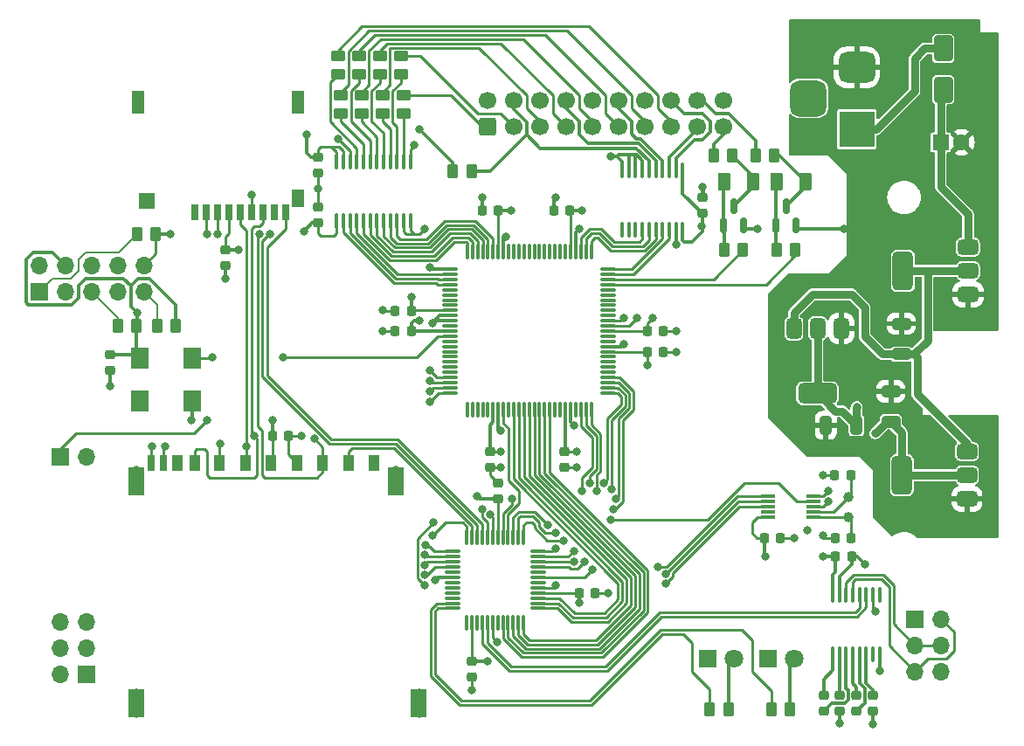
<source format=gtl>
G04 #@! TF.GenerationSoftware,KiCad,Pcbnew,7.0.10-7.0.10~ubuntu22.04.1*
G04 #@! TF.CreationDate,2024-03-30T20:23:10+11:00*
G04 #@! TF.ProjectId,AtariHDisk4,41746172-6948-4446-9973-6b342e6b6963,rev?*
G04 #@! TF.SameCoordinates,Original*
G04 #@! TF.FileFunction,Copper,L1,Top*
G04 #@! TF.FilePolarity,Positive*
%FSLAX46Y46*%
G04 Gerber Fmt 4.6, Leading zero omitted, Abs format (unit mm)*
G04 Created by KiCad (PCBNEW 7.0.10-7.0.10~ubuntu22.04.1) date 2024-03-30 20:23:10*
%MOMM*%
%LPD*%
G01*
G04 APERTURE LIST*
G04 Aperture macros list*
%AMRoundRect*
0 Rectangle with rounded corners*
0 $1 Rounding radius*
0 $2 $3 $4 $5 $6 $7 $8 $9 X,Y pos of 4 corners*
0 Add a 4 corners polygon primitive as box body*
4,1,4,$2,$3,$4,$5,$6,$7,$8,$9,$2,$3,0*
0 Add four circle primitives for the rounded corners*
1,1,$1+$1,$2,$3*
1,1,$1+$1,$4,$5*
1,1,$1+$1,$6,$7*
1,1,$1+$1,$8,$9*
0 Add four rect primitives between the rounded corners*
20,1,$1+$1,$2,$3,$4,$5,0*
20,1,$1+$1,$4,$5,$6,$7,0*
20,1,$1+$1,$6,$7,$8,$9,0*
20,1,$1+$1,$8,$9,$2,$3,0*%
G04 Aperture macros list end*
G04 #@! TA.AperFunction,SMDPad,CuDef*
%ADD10RoundRect,0.250000X0.650000X-1.000000X0.650000X1.000000X-0.650000X1.000000X-0.650000X-1.000000X0*%
G04 #@! TD*
G04 #@! TA.AperFunction,SMDPad,CuDef*
%ADD11RoundRect,0.250000X0.650000X-0.325000X0.650000X0.325000X-0.650000X0.325000X-0.650000X-0.325000X0*%
G04 #@! TD*
G04 #@! TA.AperFunction,ComponentPad*
%ADD12R,1.700000X1.700000*%
G04 #@! TD*
G04 #@! TA.AperFunction,ComponentPad*
%ADD13O,1.700000X1.700000*%
G04 #@! TD*
G04 #@! TA.AperFunction,ComponentPad*
%ADD14R,1.600000X1.600000*%
G04 #@! TD*
G04 #@! TA.AperFunction,ComponentPad*
%ADD15C,1.600000*%
G04 #@! TD*
G04 #@! TA.AperFunction,SMDPad,CuDef*
%ADD16RoundRect,0.250000X-0.262500X-0.450000X0.262500X-0.450000X0.262500X0.450000X-0.262500X0.450000X0*%
G04 #@! TD*
G04 #@! TA.AperFunction,SMDPad,CuDef*
%ADD17RoundRect,0.225000X-0.225000X-0.250000X0.225000X-0.250000X0.225000X0.250000X-0.225000X0.250000X0*%
G04 #@! TD*
G04 #@! TA.AperFunction,SMDPad,CuDef*
%ADD18RoundRect,0.225000X0.225000X0.250000X-0.225000X0.250000X-0.225000X-0.250000X0.225000X-0.250000X0*%
G04 #@! TD*
G04 #@! TA.AperFunction,SMDPad,CuDef*
%ADD19RoundRect,0.375000X0.625000X0.375000X-0.625000X0.375000X-0.625000X-0.375000X0.625000X-0.375000X0*%
G04 #@! TD*
G04 #@! TA.AperFunction,SMDPad,CuDef*
%ADD20RoundRect,0.500000X0.500000X1.400000X-0.500000X1.400000X-0.500000X-1.400000X0.500000X-1.400000X0*%
G04 #@! TD*
G04 #@! TA.AperFunction,SMDPad,CuDef*
%ADD21RoundRect,0.375000X-0.375000X0.625000X-0.375000X-0.625000X0.375000X-0.625000X0.375000X0.625000X0*%
G04 #@! TD*
G04 #@! TA.AperFunction,SMDPad,CuDef*
%ADD22RoundRect,0.500000X-1.400000X0.500000X-1.400000X-0.500000X1.400000X-0.500000X1.400000X0.500000X0*%
G04 #@! TD*
G04 #@! TA.AperFunction,SMDPad,CuDef*
%ADD23RoundRect,0.250000X0.325000X0.650000X-0.325000X0.650000X-0.325000X-0.650000X0.325000X-0.650000X0*%
G04 #@! TD*
G04 #@! TA.AperFunction,SMDPad,CuDef*
%ADD24R,1.800000X2.000000*%
G04 #@! TD*
G04 #@! TA.AperFunction,SMDPad,CuDef*
%ADD25RoundRect,0.225000X-0.250000X0.225000X-0.250000X-0.225000X0.250000X-0.225000X0.250000X0.225000X0*%
G04 #@! TD*
G04 #@! TA.AperFunction,ComponentPad*
%ADD26R,3.500000X3.500000*%
G04 #@! TD*
G04 #@! TA.AperFunction,ComponentPad*
%ADD27RoundRect,0.750000X-1.000000X0.750000X-1.000000X-0.750000X1.000000X-0.750000X1.000000X0.750000X0*%
G04 #@! TD*
G04 #@! TA.AperFunction,ComponentPad*
%ADD28RoundRect,0.875000X-0.875000X0.875000X-0.875000X-0.875000X0.875000X-0.875000X0.875000X0.875000X0*%
G04 #@! TD*
G04 #@! TA.AperFunction,SMDPad,CuDef*
%ADD29RoundRect,0.075000X-0.662500X-0.075000X0.662500X-0.075000X0.662500X0.075000X-0.662500X0.075000X0*%
G04 #@! TD*
G04 #@! TA.AperFunction,SMDPad,CuDef*
%ADD30RoundRect,0.075000X-0.075000X-0.662500X0.075000X-0.662500X0.075000X0.662500X-0.075000X0.662500X0*%
G04 #@! TD*
G04 #@! TA.AperFunction,SMDPad,CuDef*
%ADD31R,1.400000X0.300000*%
G04 #@! TD*
G04 #@! TA.AperFunction,SMDPad,CuDef*
%ADD32RoundRect,0.225000X0.250000X-0.225000X0.250000X0.225000X-0.250000X0.225000X-0.250000X-0.225000X0*%
G04 #@! TD*
G04 #@! TA.AperFunction,ComponentPad*
%ADD33R,1.800000X1.800000*%
G04 #@! TD*
G04 #@! TA.AperFunction,ComponentPad*
%ADD34C,1.800000*%
G04 #@! TD*
G04 #@! TA.AperFunction,SMDPad,CuDef*
%ADD35RoundRect,0.250000X0.450000X-0.262500X0.450000X0.262500X-0.450000X0.262500X-0.450000X-0.262500X0*%
G04 #@! TD*
G04 #@! TA.AperFunction,SMDPad,CuDef*
%ADD36RoundRect,0.150000X0.150000X-0.587500X0.150000X0.587500X-0.150000X0.587500X-0.150000X-0.587500X0*%
G04 #@! TD*
G04 #@! TA.AperFunction,SMDPad,CuDef*
%ADD37RoundRect,0.100000X0.100000X-0.637500X0.100000X0.637500X-0.100000X0.637500X-0.100000X-0.637500X0*%
G04 #@! TD*
G04 #@! TA.AperFunction,ComponentPad*
%ADD38C,1.000000*%
G04 #@! TD*
G04 #@! TA.AperFunction,SMDPad,CuDef*
%ADD39R,0.700000X1.600000*%
G04 #@! TD*
G04 #@! TA.AperFunction,SMDPad,CuDef*
%ADD40R,1.200000X1.800000*%
G04 #@! TD*
G04 #@! TA.AperFunction,SMDPad,CuDef*
%ADD41R,1.200000X2.200000*%
G04 #@! TD*
G04 #@! TA.AperFunction,SMDPad,CuDef*
%ADD42R,1.600000X1.500000*%
G04 #@! TD*
G04 #@! TA.AperFunction,SMDPad,CuDef*
%ADD43RoundRect,0.250000X0.375000X0.625000X-0.375000X0.625000X-0.375000X-0.625000X0.375000X-0.625000X0*%
G04 #@! TD*
G04 #@! TA.AperFunction,SMDPad,CuDef*
%ADD44RoundRect,0.250000X0.262500X0.450000X-0.262500X0.450000X-0.262500X-0.450000X0.262500X-0.450000X0*%
G04 #@! TD*
G04 #@! TA.AperFunction,SMDPad,CuDef*
%ADD45R,1.000000X1.500000*%
G04 #@! TD*
G04 #@! TA.AperFunction,SMDPad,CuDef*
%ADD46R,0.700000X1.500000*%
G04 #@! TD*
G04 #@! TA.AperFunction,ConnectorPad*
%ADD47R,1.500000X2.800000*%
G04 #@! TD*
G04 #@! TA.AperFunction,SMDPad,CuDef*
%ADD48RoundRect,0.100000X-0.100000X0.637500X-0.100000X-0.637500X0.100000X-0.637500X0.100000X0.637500X0*%
G04 #@! TD*
G04 #@! TA.AperFunction,ComponentPad*
%ADD49RoundRect,0.250000X0.600000X-0.600000X0.600000X0.600000X-0.600000X0.600000X-0.600000X-0.600000X0*%
G04 #@! TD*
G04 #@! TA.AperFunction,ComponentPad*
%ADD50C,1.700000*%
G04 #@! TD*
G04 #@! TA.AperFunction,ViaPad*
%ADD51C,0.800000*%
G04 #@! TD*
G04 #@! TA.AperFunction,Conductor*
%ADD52C,0.800000*%
G04 #@! TD*
G04 #@! TA.AperFunction,Conductor*
%ADD53C,0.300000*%
G04 #@! TD*
G04 #@! TA.AperFunction,Conductor*
%ADD54C,0.250000*%
G04 #@! TD*
G04 #@! TA.AperFunction,Conductor*
%ADD55C,0.400000*%
G04 #@! TD*
G04 #@! TA.AperFunction,Conductor*
%ADD56C,0.200000*%
G04 #@! TD*
G04 APERTURE END LIST*
D10*
X146304000Y-66516000D03*
X146304000Y-62516000D03*
D11*
X142240000Y-92153000D03*
X142240000Y-89203000D03*
D12*
X63246000Y-123190000D03*
D13*
X60706000Y-123190000D03*
X63246000Y-120650000D03*
X60706000Y-120650000D03*
X63246000Y-118110000D03*
X60706000Y-118110000D03*
D14*
X146050000Y-71628000D03*
D15*
X148050000Y-71628000D03*
D12*
X58674000Y-86106000D03*
D13*
X58674000Y-83566000D03*
X61214000Y-86106000D03*
X61214000Y-83566000D03*
X63754000Y-86106000D03*
X63754000Y-83566000D03*
X66294000Y-86106000D03*
X66294000Y-83566000D03*
X68834000Y-86106000D03*
X68834000Y-83566000D03*
D16*
X70104000Y-89408000D03*
X71929000Y-89408000D03*
X66294000Y-89408000D03*
X68119000Y-89408000D03*
X68175500Y-80518000D03*
X70000500Y-80518000D03*
D17*
X117589000Y-91948000D03*
X119139000Y-91948000D03*
D18*
X110134400Y-78232000D03*
X108584400Y-78232000D03*
X94742000Y-89916000D03*
X93192000Y-89916000D03*
D17*
X117589000Y-89916000D03*
X119139000Y-89916000D03*
D18*
X94742000Y-87934800D03*
X93192000Y-87934800D03*
D19*
X148590000Y-106186000D03*
X148590000Y-103886000D03*
D20*
X142290000Y-103886000D03*
D19*
X148590000Y-101586000D03*
D21*
X136412000Y-89662000D03*
X134112000Y-89662000D03*
D22*
X134112000Y-95962000D03*
D21*
X131812000Y-89662000D03*
D11*
X141224000Y-98708000D03*
X141224000Y-95758000D03*
D23*
X137873000Y-99060000D03*
X134923000Y-99060000D03*
D24*
X68402200Y-96710800D03*
X73482200Y-96710800D03*
X73482200Y-92510800D03*
X68402200Y-92510800D03*
D25*
X102362000Y-101600000D03*
X102362000Y-103150000D03*
D26*
X137922000Y-70358000D03*
D27*
X137922000Y-64358000D03*
D28*
X133222000Y-67358000D03*
D17*
X135864000Y-111760000D03*
X137414000Y-111760000D03*
D25*
X76708000Y-82029000D03*
X76708000Y-83579000D03*
D29*
X98509500Y-83916000D03*
X98509500Y-84416000D03*
X98509500Y-84916000D03*
X98509500Y-85416000D03*
X98509500Y-85916000D03*
X98509500Y-86416000D03*
X98509500Y-86916000D03*
X98509500Y-87416000D03*
X98509500Y-87916000D03*
X98509500Y-88416000D03*
X98509500Y-88916000D03*
X98509500Y-89416000D03*
X98509500Y-89916000D03*
X98509500Y-90416000D03*
X98509500Y-90916000D03*
X98509500Y-91416000D03*
X98509500Y-91916000D03*
X98509500Y-92416000D03*
X98509500Y-92916000D03*
X98509500Y-93416000D03*
X98509500Y-93916000D03*
X98509500Y-94416000D03*
X98509500Y-94916000D03*
X98509500Y-95416000D03*
X98509500Y-95916000D03*
D30*
X100172000Y-97578500D03*
X100672000Y-97578500D03*
X101172000Y-97578500D03*
X101672000Y-97578500D03*
X102172000Y-97578500D03*
X102672000Y-97578500D03*
X103172000Y-97578500D03*
X103672000Y-97578500D03*
X104172000Y-97578500D03*
X104672000Y-97578500D03*
X105172000Y-97578500D03*
X105672000Y-97578500D03*
X106172000Y-97578500D03*
X106672000Y-97578500D03*
X107172000Y-97578500D03*
X107672000Y-97578500D03*
X108172000Y-97578500D03*
X108672000Y-97578500D03*
X109172000Y-97578500D03*
X109672000Y-97578500D03*
X110172000Y-97578500D03*
X110672000Y-97578500D03*
X111172000Y-97578500D03*
X111672000Y-97578500D03*
X112172000Y-97578500D03*
D29*
X113834500Y-95916000D03*
X113834500Y-95416000D03*
X113834500Y-94916000D03*
X113834500Y-94416000D03*
X113834500Y-93916000D03*
X113834500Y-93416000D03*
X113834500Y-92916000D03*
X113834500Y-92416000D03*
X113834500Y-91916000D03*
X113834500Y-91416000D03*
X113834500Y-90916000D03*
X113834500Y-90416000D03*
X113834500Y-89916000D03*
X113834500Y-89416000D03*
X113834500Y-88916000D03*
X113834500Y-88416000D03*
X113834500Y-87916000D03*
X113834500Y-87416000D03*
X113834500Y-86916000D03*
X113834500Y-86416000D03*
X113834500Y-85916000D03*
X113834500Y-85416000D03*
X113834500Y-84916000D03*
X113834500Y-84416000D03*
X113834500Y-83916000D03*
D30*
X112172000Y-82253500D03*
X111672000Y-82253500D03*
X111172000Y-82253500D03*
X110672000Y-82253500D03*
X110172000Y-82253500D03*
X109672000Y-82253500D03*
X109172000Y-82253500D03*
X108672000Y-82253500D03*
X108172000Y-82253500D03*
X107672000Y-82253500D03*
X107172000Y-82253500D03*
X106672000Y-82253500D03*
X106172000Y-82253500D03*
X105672000Y-82253500D03*
X105172000Y-82253500D03*
X104672000Y-82253500D03*
X104172000Y-82253500D03*
X103672000Y-82253500D03*
X103172000Y-82253500D03*
X102672000Y-82253500D03*
X102172000Y-82253500D03*
X101672000Y-82253500D03*
X101172000Y-82253500D03*
X100672000Y-82253500D03*
X100172000Y-82253500D03*
D31*
X133686000Y-107918000D03*
X133686000Y-107418000D03*
X133686000Y-106918000D03*
X133686000Y-106418000D03*
X133686000Y-105918000D03*
X129286000Y-105918000D03*
X129286000Y-106418000D03*
X129286000Y-106918000D03*
X129286000Y-107418000D03*
X129286000Y-107918000D03*
D19*
X148692000Y-86374000D03*
X148692000Y-84074000D03*
D20*
X142392000Y-84074000D03*
D19*
X148692000Y-81774000D03*
D32*
X85751000Y-79446500D03*
X85751000Y-77896500D03*
D33*
X123444000Y-121666000D03*
D34*
X125984000Y-121666000D03*
D25*
X136296400Y-125196600D03*
X136296400Y-126746600D03*
D12*
X60706000Y-102108000D03*
D13*
X63246000Y-102108000D03*
D25*
X100584000Y-121920000D03*
X100584000Y-123470000D03*
D29*
X98707500Y-111296000D03*
X98707500Y-111796000D03*
X98707500Y-112296000D03*
X98707500Y-112796000D03*
X98707500Y-113296000D03*
X98707500Y-113796000D03*
X98707500Y-114296000D03*
X98707500Y-114796000D03*
X98707500Y-115296000D03*
X98707500Y-115796000D03*
X98707500Y-116296000D03*
X98707500Y-116796000D03*
D30*
X100120000Y-118208500D03*
X100620000Y-118208500D03*
X101120000Y-118208500D03*
X101620000Y-118208500D03*
X102120000Y-118208500D03*
X102620000Y-118208500D03*
X103120000Y-118208500D03*
X103620000Y-118208500D03*
X104120000Y-118208500D03*
X104620000Y-118208500D03*
X105120000Y-118208500D03*
X105620000Y-118208500D03*
D29*
X107032500Y-116796000D03*
X107032500Y-116296000D03*
X107032500Y-115796000D03*
X107032500Y-115296000D03*
X107032500Y-114796000D03*
X107032500Y-114296000D03*
X107032500Y-113796000D03*
X107032500Y-113296000D03*
X107032500Y-112796000D03*
X107032500Y-112296000D03*
X107032500Y-111796000D03*
X107032500Y-111296000D03*
D30*
X105620000Y-109883500D03*
X105120000Y-109883500D03*
X104620000Y-109883500D03*
X104120000Y-109883500D03*
X103620000Y-109883500D03*
X103120000Y-109883500D03*
X102620000Y-109883500D03*
X102120000Y-109883500D03*
X101620000Y-109883500D03*
X101120000Y-109883500D03*
X100620000Y-109883500D03*
X100120000Y-109883500D03*
D17*
X110998000Y-115316000D03*
X112548000Y-115316000D03*
D35*
X91948000Y-68881000D03*
X91948000Y-67056000D03*
D36*
X130114000Y-79677500D03*
X132014000Y-79677500D03*
X131064000Y-77802500D03*
X125034000Y-79677500D03*
X126934000Y-79677500D03*
X125984000Y-77802500D03*
D37*
X135570800Y-121226500D03*
X136220800Y-121226500D03*
X136870800Y-121226500D03*
X137520800Y-121226500D03*
X138170800Y-121226500D03*
X138820800Y-121226500D03*
X139470800Y-121226500D03*
X140120800Y-121226500D03*
X140120800Y-115501500D03*
X139470800Y-115501500D03*
X138820800Y-115501500D03*
X138170800Y-115501500D03*
X137520800Y-115501500D03*
X136870800Y-115501500D03*
X136220800Y-115501500D03*
X135570800Y-115501500D03*
D35*
X91694000Y-65071000D03*
X91694000Y-63246000D03*
D38*
X137083000Y-106020000D03*
X137083000Y-107920000D03*
D39*
X73746000Y-78374000D03*
X74846000Y-78374000D03*
X75946000Y-78374000D03*
X77046000Y-78374000D03*
X78146000Y-78374000D03*
X79246000Y-78374000D03*
X80346000Y-78374000D03*
X81446000Y-78374000D03*
X82546000Y-78374000D03*
D40*
X83746000Y-77074000D03*
D41*
X83746000Y-67774000D03*
D42*
X69096000Y-77324000D03*
D41*
X68246000Y-67774000D03*
D25*
X85751000Y-73070500D03*
X85751000Y-74620500D03*
D35*
X87630000Y-65071000D03*
X87630000Y-63246000D03*
X87884000Y-68881000D03*
X87884000Y-67056000D03*
X93726000Y-65071000D03*
X93726000Y-63246000D03*
D43*
X132972000Y-75438000D03*
X130172000Y-75438000D03*
D44*
X129944500Y-72898000D03*
X128119500Y-72898000D03*
D43*
X127892000Y-75438000D03*
X125092000Y-75438000D03*
D17*
X81280000Y-100076000D03*
X82830000Y-100076000D03*
D33*
X129286000Y-121666000D03*
D34*
X131826000Y-121666000D03*
D35*
X89916000Y-68881000D03*
X89916000Y-67056000D03*
D44*
X126896500Y-82042000D03*
X125071500Y-82042000D03*
X131976500Y-82042000D03*
X130151500Y-82042000D03*
D16*
X98759000Y-74422000D03*
X100584000Y-74422000D03*
D32*
X122936000Y-78499000D03*
X122936000Y-76949000D03*
D25*
X139496800Y-125196600D03*
X139496800Y-126746600D03*
D45*
X88663000Y-102684000D03*
X86163000Y-102684000D03*
X83663000Y-102684000D03*
X81163000Y-102684000D03*
X78663000Y-102684000D03*
X76163000Y-102684000D03*
X73738000Y-102684000D03*
X72038000Y-102684000D03*
X91163000Y-102684000D03*
D46*
X70738000Y-102684000D03*
X69538000Y-102684000D03*
D47*
X68138000Y-104484000D03*
X93238000Y-104484000D03*
X68138000Y-125984000D03*
X95438000Y-125984000D03*
D48*
X121035000Y-74353500D03*
X120385000Y-74353500D03*
X119735000Y-74353500D03*
X119085000Y-74353500D03*
X118435000Y-74353500D03*
X117785000Y-74353500D03*
X117135000Y-74353500D03*
X116485000Y-74353500D03*
X115835000Y-74353500D03*
X115185000Y-74353500D03*
X115185000Y-80078500D03*
X115835000Y-80078500D03*
X116485000Y-80078500D03*
X117135000Y-80078500D03*
X117785000Y-80078500D03*
X118435000Y-80078500D03*
X119085000Y-80078500D03*
X119735000Y-80078500D03*
X120385000Y-80078500D03*
X121035000Y-80078500D03*
D32*
X103124000Y-106185000D03*
X103124000Y-104635000D03*
D18*
X103137000Y-78232000D03*
X101587000Y-78232000D03*
D17*
X128981000Y-109952000D03*
X130531000Y-109952000D03*
D35*
X93980000Y-68881000D03*
X93980000Y-67056000D03*
D25*
X109626400Y-101600000D03*
X109626400Y-103150000D03*
D16*
X123651000Y-126595500D03*
X125476000Y-126595500D03*
D12*
X143535400Y-117830600D03*
D13*
X146075400Y-117830600D03*
X143535400Y-120370600D03*
X146075400Y-120370600D03*
X143535400Y-122910600D03*
X146075400Y-122910600D03*
D18*
X137363000Y-109952000D03*
X135813000Y-109952000D03*
X137337000Y-103856000D03*
X135787000Y-103856000D03*
D25*
X134696200Y-125197200D03*
X134696200Y-126747200D03*
D16*
X129643500Y-126595500D03*
X131468500Y-126595500D03*
D44*
X125880500Y-72898000D03*
X124055500Y-72898000D03*
D25*
X65532000Y-92202000D03*
X65532000Y-93752000D03*
D37*
X87510000Y-79248000D03*
X88160000Y-79248000D03*
X88810000Y-79248000D03*
X89460000Y-79248000D03*
X90110000Y-79248000D03*
X90760000Y-79248000D03*
X91410000Y-79248000D03*
X92060000Y-79248000D03*
X92710000Y-79248000D03*
X93360000Y-79248000D03*
X94010000Y-79248000D03*
X94660000Y-79248000D03*
X94660000Y-73523000D03*
X94010000Y-73523000D03*
X93360000Y-73523000D03*
X92710000Y-73523000D03*
X92060000Y-73523000D03*
X91410000Y-73523000D03*
X90760000Y-73523000D03*
X90110000Y-73523000D03*
X89460000Y-73523000D03*
X88810000Y-73523000D03*
X88160000Y-73523000D03*
X87510000Y-73523000D03*
D25*
X137896600Y-125197200D03*
X137896600Y-126747200D03*
D35*
X89662000Y-65071000D03*
X89662000Y-63246000D03*
D49*
X102108000Y-70104000D03*
D50*
X104648000Y-70104000D03*
X107188000Y-70104000D03*
X109728000Y-70104000D03*
X112268000Y-70104000D03*
X114808000Y-70104000D03*
X117348000Y-70104000D03*
X119888000Y-70104000D03*
X122428000Y-70104000D03*
X124968000Y-70104000D03*
X102108000Y-67564000D03*
X104648000Y-67564000D03*
X107188000Y-67564000D03*
X109728000Y-67564000D03*
X112268000Y-67564000D03*
X114808000Y-67564000D03*
X117348000Y-67564000D03*
X119888000Y-67564000D03*
X122428000Y-67564000D03*
X124968000Y-67564000D03*
D51*
X94996000Y-71882000D03*
X141224000Y-93980000D03*
X140208000Y-89154000D03*
X110998000Y-80010000D03*
X91948000Y-89916000D03*
X132080000Y-60452000D03*
X68072000Y-103378000D03*
X143002000Y-97282000D03*
X68072000Y-127000000D03*
X150622000Y-99060000D03*
X103886000Y-80772000D03*
X113792000Y-115316000D03*
X132334000Y-70612000D03*
X120396000Y-81534000D03*
X95504000Y-127000000D03*
X102398770Y-107720513D03*
X93218000Y-104394000D03*
X79248000Y-76708000D03*
X136296400Y-127965200D03*
X85751000Y-76131500D03*
X114085200Y-72998400D03*
X148590000Y-108204000D03*
X73406000Y-98552000D03*
X122936000Y-75946000D03*
X146558000Y-86360000D03*
X93218000Y-105410000D03*
X71374000Y-80518000D03*
X131826000Y-109982000D03*
X110490000Y-99060000D03*
X108712000Y-76962000D03*
X149098000Y-60452000D03*
X139192000Y-95758000D03*
X100584000Y-124714000D03*
X120396000Y-89916000D03*
X147066000Y-79502000D03*
X130048000Y-91186000D03*
X150876000Y-106172000D03*
X130810000Y-86868000D03*
X140970000Y-107188000D03*
X76708000Y-84836000D03*
X138684000Y-112522000D03*
X136398000Y-91694000D03*
X68072000Y-105410000D03*
X68072000Y-124968000D03*
X93218000Y-103378000D03*
X115316000Y-91186000D03*
X87625631Y-71322369D03*
X83820000Y-67818000D03*
X150876000Y-86360000D03*
X139446000Y-128016000D03*
X65532000Y-95250000D03*
X103378000Y-103124000D03*
X83820000Y-76962000D03*
X91948000Y-87884000D03*
X110744000Y-103124000D03*
X96520000Y-83743001D03*
X136398000Y-100838000D03*
X108712000Y-114554000D03*
X128270000Y-80010000D03*
X115316000Y-88646000D03*
X97028000Y-114046000D03*
X68072000Y-104394000D03*
X76200000Y-100838000D03*
X139700000Y-117094000D03*
X101600000Y-76962000D03*
X146304000Y-106172000D03*
X133096000Y-109220000D03*
X134620000Y-103886000D03*
X137160000Y-73406000D03*
X137668000Y-82296000D03*
X136652000Y-80010000D03*
X69088000Y-77216000D03*
X150622000Y-75438000D03*
X96774000Y-89154000D03*
X135128000Y-105410000D03*
X148590000Y-88392000D03*
X103378000Y-99568000D03*
X95504000Y-125984000D03*
X84074000Y-100076000D03*
X96012000Y-80010000D03*
X95504000Y-124968000D03*
X140120800Y-122834400D03*
X68072000Y-125984000D03*
X134874000Y-100838000D03*
X68072000Y-67818000D03*
X120396000Y-91948000D03*
X142240000Y-87376000D03*
X136398000Y-87630000D03*
X134620000Y-109728000D03*
X138684000Y-87630000D03*
X84582000Y-70866000D03*
X95504000Y-70358000D03*
X81280000Y-98552000D03*
X94742000Y-86614000D03*
X110744000Y-101600000D03*
X122912000Y-79754260D03*
X110998000Y-116276000D03*
X134620000Y-111760000D03*
X77978000Y-82042000D03*
X129032000Y-111760000D03*
X68149000Y-88138000D03*
X102108000Y-121920000D03*
X139700000Y-99822000D03*
X104394000Y-78232000D03*
X84328000Y-80264000D03*
X101092000Y-105918000D03*
X111252000Y-78232000D03*
X117602000Y-93218000D03*
X103378000Y-101600000D03*
X95504000Y-88900000D03*
X118110000Y-88646000D03*
X137922000Y-97282000D03*
X81026000Y-80518000D03*
X74930000Y-80518000D03*
X75438000Y-92456000D03*
X82296000Y-92456000D03*
X104471000Y-106172000D03*
X116586000Y-88646000D03*
X101600000Y-107188000D03*
X96017092Y-112575631D03*
X70866000Y-101092000D03*
X80010000Y-80518000D03*
X85340696Y-100333304D03*
X96774000Y-109728000D03*
X118618000Y-112776000D03*
X75946000Y-80518000D03*
X119448721Y-114418540D03*
X78740000Y-101092000D03*
X96018906Y-111608707D03*
X79502000Y-100076000D03*
X96091000Y-110650039D03*
X119380000Y-113461000D03*
X96520000Y-95758000D03*
X96520000Y-96774000D03*
X96520000Y-93726000D03*
X96520000Y-94742000D03*
X135128000Y-106426000D03*
X69596000Y-101092000D03*
X96012000Y-113538000D03*
X114566283Y-106184283D03*
X110490000Y-112268000D03*
X110490000Y-111252000D03*
X114143736Y-105213730D03*
X113384000Y-104626868D03*
X108712000Y-110998000D03*
X109474000Y-110236000D03*
X112699000Y-105374655D03*
X112014000Y-104648000D03*
X108712000Y-109474000D03*
X111252000Y-105410000D03*
X107950000Y-108712000D03*
X114300000Y-107188000D03*
X111506000Y-112268000D03*
X114046000Y-108204000D03*
X112268000Y-113030000D03*
X74930000Y-98552000D03*
X96012000Y-114554000D03*
X96911000Y-108458000D03*
X103071747Y-120104492D03*
D52*
X137922000Y-70358000D02*
X139824000Y-70358000D01*
X143510000Y-66672000D02*
X143510000Y-63500000D01*
X139824000Y-70358000D02*
X143510000Y-66672000D01*
X143510000Y-63500000D02*
X144494000Y-62516000D01*
X144494000Y-62516000D02*
X146304000Y-62516000D01*
X146304000Y-66516000D02*
X146050000Y-66770000D01*
X146050000Y-66770000D02*
X146050000Y-71628000D01*
D53*
X128119500Y-71477500D02*
X128119500Y-72898000D01*
X122428000Y-67564000D02*
X122936000Y-67564000D01*
X122936000Y-67564000D02*
X124206000Y-68834000D01*
X124206000Y-68834000D02*
X125476000Y-68834000D01*
X125476000Y-68834000D02*
X128119500Y-71477500D01*
D52*
X146050000Y-75946000D02*
X148692000Y-78588000D01*
X148692000Y-78588000D02*
X148692000Y-81774000D01*
X146050000Y-71628000D02*
X146050000Y-75946000D01*
D53*
X125034000Y-75496000D02*
X125034000Y-79677500D01*
X125092000Y-75438000D02*
X125034000Y-75496000D01*
X125071500Y-80367500D02*
X125071500Y-82042000D01*
X125034000Y-80330000D02*
X125071500Y-80367500D01*
X125034000Y-79677500D02*
X125034000Y-80330000D01*
X124055500Y-72898000D02*
X124055500Y-71778500D01*
X124055500Y-71778500D02*
X124968000Y-70866000D01*
X124968000Y-70866000D02*
X124968000Y-70104000D01*
X130114000Y-75496000D02*
X130114000Y-79677500D01*
X130172000Y-75438000D02*
X130114000Y-75496000D01*
X130114000Y-82004500D02*
X130151500Y-82042000D01*
X130114000Y-79677500D02*
X130114000Y-82004500D01*
D54*
X98552000Y-67056000D02*
X93980000Y-67056000D01*
X101600000Y-70104000D02*
X98552000Y-67056000D01*
X102108000Y-70104000D02*
X101600000Y-70104000D01*
X103378000Y-68834000D02*
X101211000Y-68834000D01*
X104648000Y-70104000D02*
X103378000Y-68834000D01*
X95623000Y-63246000D02*
X93726000Y-63246000D01*
X101211000Y-68834000D02*
X95623000Y-63246000D01*
X105918000Y-67056000D02*
X101310500Y-62448500D01*
X105918000Y-68326000D02*
X105918000Y-67056000D01*
X92679000Y-62515000D02*
X92679000Y-66071000D01*
X107188000Y-70104000D02*
X107188000Y-69596000D01*
X92745500Y-62448500D02*
X92679000Y-62515000D01*
X107188000Y-69596000D02*
X105918000Y-68326000D01*
X92679000Y-66071000D02*
X91948000Y-66802000D01*
X91948000Y-66802000D02*
X91948000Y-67056000D01*
X101310500Y-62448500D02*
X92745500Y-62448500D01*
X107032500Y-114796000D02*
X108470000Y-114796000D01*
D53*
X136296400Y-126746600D02*
X136296400Y-127965200D01*
D54*
X119139000Y-89916000D02*
X120396000Y-89916000D01*
D53*
X108584400Y-77089600D02*
X108712000Y-76962000D01*
D54*
X79246000Y-76710000D02*
X79248000Y-76708000D01*
D53*
X110172000Y-98742000D02*
X110490000Y-99060000D01*
X114693600Y-72998400D02*
X114085200Y-72998400D01*
X110672000Y-80336000D02*
X110672000Y-82253500D01*
D54*
X109652400Y-103124000D02*
X109626400Y-103150000D01*
D53*
X103672000Y-82253500D02*
X103672000Y-80986000D01*
X140120800Y-122834400D02*
X140120800Y-121226500D01*
X120385000Y-81523000D02*
X120396000Y-81534000D01*
D54*
X135787000Y-103856000D02*
X134650000Y-103856000D01*
D53*
X115185000Y-74353500D02*
X115185000Y-73489800D01*
X116574400Y-72847200D02*
X115761600Y-72847200D01*
D54*
X68834000Y-83566000D02*
X70000500Y-82399500D01*
X94996000Y-71882000D02*
X94996000Y-72009000D01*
X102620000Y-109883500D02*
X102620000Y-107941743D01*
D53*
X120385000Y-80078500D02*
X120385000Y-81523000D01*
D54*
X115046000Y-88916000D02*
X115316000Y-88646000D01*
D53*
X97028000Y-114046000D02*
X97278000Y-113796000D01*
X110172000Y-97578500D02*
X110172000Y-98742000D01*
X65532000Y-93752000D02*
X65532000Y-95250000D01*
D54*
X134650000Y-103856000D02*
X134620000Y-103886000D01*
X79246000Y-78374000D02*
X79246000Y-76710000D01*
D53*
X114844800Y-72847200D02*
X114693600Y-72998400D01*
X116485000Y-74353500D02*
X116485000Y-72936600D01*
D54*
X82830000Y-100076000D02*
X82830000Y-101851000D01*
D53*
X132346500Y-80010000D02*
X132014000Y-79677500D01*
X115835000Y-72920600D02*
X115761600Y-72847200D01*
X117135000Y-73407800D02*
X116574400Y-72847200D01*
D54*
X119139000Y-91948000D02*
X120396000Y-91948000D01*
D53*
X110998000Y-80010000D02*
X110672000Y-80336000D01*
D54*
X93192000Y-89916000D02*
X91948000Y-89916000D01*
X94010000Y-79248000D02*
X94010000Y-80294000D01*
X139470800Y-115501500D02*
X139470800Y-116864800D01*
X135128000Y-105410000D02*
X134620000Y-105918000D01*
X94234000Y-80518000D02*
X94996000Y-80518000D01*
X130531000Y-109952000D02*
X131796000Y-109952000D01*
X85751000Y-76131500D02*
X85751000Y-74620500D01*
D53*
X136220800Y-115501500D02*
X136220800Y-113715200D01*
D54*
X131796000Y-109952000D02*
X131826000Y-109982000D01*
D53*
X73482200Y-96710800D02*
X73482200Y-98475800D01*
D54*
X94660000Y-80182000D02*
X94996000Y-80518000D01*
D53*
X96520000Y-83743001D02*
X96692999Y-83916000D01*
D54*
X95504000Y-80518000D02*
X96012000Y-80010000D01*
D53*
X98509500Y-88916000D02*
X97012000Y-88916000D01*
X139496800Y-126746600D02*
X139496800Y-127965200D01*
X113834500Y-91416000D02*
X115086000Y-91416000D01*
X115185000Y-73489800D02*
X114693600Y-72998400D01*
D54*
X94996000Y-72009000D02*
X94660000Y-72345000D01*
D53*
X128270000Y-80010000D02*
X127266500Y-80010000D01*
D54*
X110744000Y-103124000D02*
X109652400Y-103124000D01*
X103352000Y-103150000D02*
X102362000Y-103150000D01*
D53*
X136220800Y-113715200D02*
X137414000Y-112522000D01*
D54*
X76163000Y-100875000D02*
X76200000Y-100838000D01*
D53*
X115835000Y-74353500D02*
X115835000Y-72920600D01*
D54*
X103111000Y-104635000D02*
X103124000Y-104635000D01*
X135813000Y-109952000D02*
X134844000Y-109952000D01*
D53*
X115086000Y-91416000D02*
X115316000Y-91186000D01*
X137414000Y-111760000D02*
X137922000Y-111760000D01*
D54*
X139470800Y-116864800D02*
X139700000Y-117094000D01*
D53*
X97278000Y-113796000D02*
X98707500Y-113796000D01*
X98509500Y-88416000D02*
X97512000Y-88416000D01*
X70000500Y-80518000D02*
X71374000Y-80518000D01*
D54*
X82830000Y-100076000D02*
X84074000Y-100076000D01*
X134844000Y-109952000D02*
X134620000Y-109728000D01*
D53*
X103672000Y-80986000D02*
X103886000Y-80772000D01*
X136652000Y-80010000D02*
X132346500Y-80010000D01*
D54*
X102362000Y-103886000D02*
X103111000Y-104635000D01*
X102362000Y-103150000D02*
X102362000Y-103886000D01*
D53*
X108584400Y-78232000D02*
X108584400Y-77089600D01*
D54*
X88810000Y-72506738D02*
X87625631Y-71322369D01*
X91998800Y-87934800D02*
X91948000Y-87884000D01*
X113834500Y-88916000D02*
X115046000Y-88916000D01*
X94996000Y-80518000D02*
X95504000Y-80518000D01*
X100584000Y-123470000D02*
X100584000Y-124714000D01*
D53*
X73482200Y-98475800D02*
X73406000Y-98552000D01*
D54*
X85751000Y-77896500D02*
X85751000Y-76131500D01*
D53*
X97512000Y-88416000D02*
X96774000Y-89154000D01*
D54*
X103378000Y-103124000D02*
X103352000Y-103150000D01*
D53*
X76708000Y-84836000D02*
X76708000Y-83579000D01*
X96692999Y-83916000D02*
X98509500Y-83916000D01*
X103172000Y-97578500D02*
X103172000Y-99362000D01*
D54*
X112548000Y-115316000D02*
X113792000Y-115316000D01*
X76163000Y-102684000D02*
X76163000Y-100875000D01*
D55*
X122936000Y-75946000D02*
X122936000Y-76949000D01*
D54*
X94660000Y-72345000D02*
X94660000Y-73523000D01*
X94010000Y-80294000D02*
X94234000Y-80518000D01*
X134620000Y-105918000D02*
X133686000Y-105918000D01*
X70000500Y-82399500D02*
X70000500Y-80518000D01*
X108470000Y-114796000D02*
X108712000Y-114554000D01*
X93192000Y-87934800D02*
X91998800Y-87934800D01*
D53*
X101587000Y-76975000D02*
X101600000Y-76962000D01*
D54*
X102620000Y-107941743D02*
X102398770Y-107720513D01*
X82830000Y-101851000D02*
X83663000Y-102684000D01*
D53*
X117135000Y-74353500D02*
X117135000Y-73407800D01*
X101587000Y-78232000D02*
X101587000Y-76975000D01*
X139496800Y-127965200D02*
X139446000Y-128016000D01*
X97012000Y-88916000D02*
X96774000Y-89154000D01*
X116485000Y-72936600D02*
X116574400Y-72847200D01*
D54*
X88810000Y-73523000D02*
X88810000Y-72506738D01*
D53*
X115761600Y-72847200D02*
X114844800Y-72847200D01*
X103172000Y-99362000D02*
X103378000Y-99568000D01*
D54*
X94660000Y-79248000D02*
X94660000Y-80182000D01*
D53*
X137922000Y-111760000D02*
X138684000Y-112522000D01*
X127266500Y-80010000D02*
X126934000Y-79677500D01*
X137414000Y-112522000D02*
X137414000Y-111760000D01*
D54*
X87510000Y-72556500D02*
X87510000Y-73523000D01*
X86005000Y-72067500D02*
X87021000Y-72067500D01*
D53*
X84582000Y-72644000D02*
X85008500Y-73070500D01*
D52*
X143461000Y-92153000D02*
X143764000Y-92456000D01*
X144780000Y-84074000D02*
X144780000Y-90834000D01*
X143764000Y-92456000D02*
X143764000Y-96012000D01*
X138684000Y-87630000D02*
X137414000Y-86360000D01*
X140413000Y-92153000D02*
X138684000Y-90424000D01*
D53*
X84582000Y-70866000D02*
X84582000Y-72644000D01*
D52*
X143764000Y-96012000D02*
X148590000Y-100838000D01*
X144780000Y-90834000D02*
X143461000Y-92153000D01*
X131812000Y-88152000D02*
X131812000Y-89662000D01*
D53*
X98759000Y-73613000D02*
X95504000Y-70358000D01*
X98759000Y-74422000D02*
X98759000Y-73613000D01*
D52*
X137414000Y-86360000D02*
X133604000Y-86360000D01*
D53*
X85008500Y-73070500D02*
X85751000Y-73070500D01*
D54*
X85751000Y-72321500D02*
X86005000Y-72067500D01*
D52*
X148692000Y-84074000D02*
X142392000Y-84074000D01*
X142392000Y-84074000D02*
X144780000Y-84074000D01*
X142240000Y-92153000D02*
X143461000Y-92153000D01*
X133604000Y-86360000D02*
X131812000Y-88152000D01*
X142240000Y-92153000D02*
X140413000Y-92153000D01*
D54*
X87783000Y-72067500D02*
X87021000Y-72067500D01*
X88160000Y-73523000D02*
X88160000Y-72444500D01*
D52*
X138684000Y-90424000D02*
X138684000Y-87630000D01*
D54*
X88160000Y-72444500D02*
X87783000Y-72067500D01*
D52*
X148590000Y-100838000D02*
X148590000Y-101586000D01*
D54*
X85751000Y-73070500D02*
X85751000Y-72321500D01*
X87021000Y-72067500D02*
X87510000Y-72556500D01*
D53*
X102672000Y-97578500D02*
X102672000Y-98766000D01*
X68093400Y-92202000D02*
X65532000Y-92202000D01*
D52*
X142290000Y-103886000D02*
X142290000Y-99774000D01*
D53*
X71929000Y-87423000D02*
X71929000Y-89408000D01*
X57404000Y-87156000D02*
X57624000Y-87376000D01*
X128981000Y-109952000D02*
X128981000Y-111709000D01*
X68149000Y-88138000D02*
X67564000Y-87553000D01*
D54*
X77046000Y-80434000D02*
X77046000Y-78374000D01*
X100584000Y-121920000D02*
X100620000Y-121884000D01*
D53*
X77965000Y-82029000D02*
X76708000Y-82029000D01*
D54*
X110172000Y-78269600D02*
X110134400Y-78232000D01*
D53*
X103124000Y-106185000D02*
X101359000Y-106185000D01*
D54*
X128302000Y-107918000D02*
X129286000Y-107918000D01*
X117589000Y-91948000D02*
X117589000Y-93205000D01*
D53*
X69342000Y-84836000D02*
X71929000Y-87423000D01*
D54*
X76708000Y-80772000D02*
X77046000Y-80434000D01*
X127762000Y-108458000D02*
X128302000Y-107918000D01*
D52*
X142290000Y-99774000D02*
X141224000Y-98708000D01*
D54*
X103137000Y-78232000D02*
X103172000Y-78267000D01*
D53*
X68149000Y-88138000D02*
X68149000Y-89378000D01*
D54*
X103120000Y-106189000D02*
X103120000Y-109883500D01*
D53*
X57404000Y-82999756D02*
X57404000Y-87156000D01*
D54*
X86005000Y-80703500D02*
X87275000Y-80703500D01*
X87510000Y-80468500D02*
X87510000Y-79248000D01*
D53*
X121035000Y-81157000D02*
X121035000Y-80078500D01*
X61804488Y-87376000D02*
X62484000Y-86696488D01*
X100584000Y-121920000D02*
X102108000Y-121920000D01*
X68149000Y-89378000D02*
X68119000Y-89408000D01*
X66860244Y-84836000D02*
X67564000Y-85539756D01*
X68267756Y-84836000D02*
X69342000Y-84836000D01*
D54*
X109626400Y-101600000D02*
X110744000Y-101600000D01*
D53*
X122936000Y-78499000D02*
X122936000Y-80264000D01*
X135864000Y-113284000D02*
X135570800Y-113577200D01*
X121158000Y-81280000D02*
X121035000Y-81157000D01*
D54*
X100620000Y-121884000D02*
X100620000Y-118208500D01*
D53*
X81280000Y-100076000D02*
X81280000Y-98552000D01*
X121035000Y-74353500D02*
X121035000Y-76598000D01*
X57624000Y-87376000D02*
X61804488Y-87376000D01*
D54*
X81280000Y-100076000D02*
X81280000Y-102567000D01*
D52*
X148590000Y-103886000D02*
X142290000Y-103886000D01*
D53*
X67564000Y-85539756D02*
X68267756Y-84836000D01*
X121920000Y-81280000D02*
X121158000Y-81280000D01*
X67564000Y-87553000D02*
X67564000Y-85539756D01*
X59944000Y-82296000D02*
X58107756Y-82296000D01*
X128981000Y-111709000D02*
X129032000Y-111760000D01*
D54*
X110998000Y-115316000D02*
X107052500Y-115316000D01*
D53*
X103137000Y-78232000D02*
X104394000Y-78232000D01*
D54*
X117589000Y-91948000D02*
X117557000Y-91916000D01*
D53*
X102672000Y-98766000D02*
X102362000Y-99076000D01*
D54*
X103378000Y-101600000D02*
X102362000Y-101600000D01*
D53*
X85751000Y-79446500D02*
X85145500Y-79446500D01*
X85145500Y-79446500D02*
X84328000Y-80264000D01*
D54*
X94760800Y-87916000D02*
X94742000Y-87934800D01*
D53*
X135864000Y-111760000D02*
X135864000Y-113284000D01*
D54*
X117589000Y-93205000D02*
X117602000Y-93218000D01*
X81280000Y-102567000D02*
X81163000Y-102684000D01*
D53*
X62484000Y-86696488D02*
X62484000Y-85539756D01*
X135570800Y-113577200D02*
X135570800Y-115501500D01*
D54*
X117557000Y-91916000D02*
X113834500Y-91916000D01*
D53*
X101359000Y-106185000D02*
X101092000Y-105918000D01*
D52*
X141224000Y-98708000D02*
X140814000Y-98708000D01*
D54*
X128981000Y-109952000D02*
X128240000Y-109952000D01*
X76708000Y-82029000D02*
X76708000Y-80772000D01*
D53*
X110134400Y-78232000D02*
X111252000Y-78232000D01*
X122936000Y-80264000D02*
X121920000Y-81280000D01*
D54*
X85751000Y-80449500D02*
X86005000Y-80703500D01*
D53*
X109672000Y-97578500D02*
X109672000Y-101554400D01*
D54*
X87275000Y-80703500D02*
X87510000Y-80468500D01*
D53*
X109672000Y-101554400D02*
X109626400Y-101600000D01*
D54*
X127762000Y-109474000D02*
X127762000Y-108458000D01*
D53*
X62484000Y-85539756D02*
X63187756Y-84836000D01*
D54*
X98509500Y-87916000D02*
X94760800Y-87916000D01*
X107052500Y-115316000D02*
X107032500Y-115296000D01*
D53*
X68402200Y-92510800D02*
X68093400Y-92202000D01*
X77978000Y-82042000D02*
X77965000Y-82029000D01*
D54*
X103124000Y-106185000D02*
X103120000Y-106189000D01*
D53*
X63187756Y-84836000D02*
X66860244Y-84836000D01*
D54*
X110172000Y-82253500D02*
X110172000Y-78269600D01*
D53*
X102362000Y-99076000D02*
X102362000Y-101600000D01*
X68119000Y-92227600D02*
X68119000Y-89408000D01*
D54*
X103172000Y-78267000D02*
X103172000Y-82253500D01*
D53*
X121035000Y-76598000D02*
X122936000Y-78499000D01*
X135864000Y-111760000D02*
X134620000Y-111760000D01*
X58107756Y-82296000D02*
X57404000Y-82999756D01*
D54*
X128240000Y-109952000D02*
X127762000Y-109474000D01*
D53*
X94742000Y-87934800D02*
X94742000Y-86614000D01*
X110998000Y-115316000D02*
X110998000Y-116276000D01*
D54*
X85751000Y-79446500D02*
X85751000Y-80449500D01*
D53*
X61214000Y-83566000D02*
X59944000Y-82296000D01*
X68402200Y-92510800D02*
X68119000Y-92227600D01*
D52*
X140814000Y-98708000D02*
X139700000Y-99822000D01*
D54*
X103440500Y-62038500D02*
X92393500Y-62038500D01*
X108458000Y-67056000D02*
X103440500Y-62038500D01*
X109728000Y-70104000D02*
X108458000Y-68834000D01*
X91694000Y-62738000D02*
X91694000Y-63246000D01*
X92393500Y-62038500D02*
X91694000Y-62738000D01*
X108458000Y-68834000D02*
X108458000Y-67056000D01*
X112268000Y-69596000D02*
X110998000Y-68326000D01*
X110998000Y-68326000D02*
X110998000Y-67056000D01*
X112268000Y-70104000D02*
X112268000Y-69596000D01*
X105570499Y-61628499D02*
X91787500Y-61628500D01*
X110998000Y-67056000D02*
X105570499Y-61628499D01*
X89916000Y-66802000D02*
X89916000Y-67056000D01*
X90647000Y-62769000D02*
X90647000Y-66071000D01*
X91787500Y-61628500D02*
X90647000Y-62769000D01*
X90647000Y-66071000D02*
X89916000Y-66802000D01*
X114808000Y-70104000D02*
X113538000Y-68834000D01*
X113538000Y-67056000D02*
X107700499Y-61218499D01*
X107700499Y-61218499D02*
X91177001Y-61218499D01*
X91177001Y-61218499D02*
X89662000Y-62733500D01*
X89662000Y-62733500D02*
X89662000Y-63246000D01*
X113538000Y-68834000D02*
X113538000Y-67056000D01*
X116078000Y-67056000D02*
X109830499Y-60808499D01*
X88646000Y-62785968D02*
X88646000Y-66040000D01*
X117348000Y-70104000D02*
X117348000Y-69596000D01*
X88646000Y-66040000D02*
X87884000Y-66802000D01*
X116078000Y-68326000D02*
X116078000Y-67056000D01*
X90623469Y-60808499D02*
X88646000Y-62785968D01*
X117348000Y-69596000D02*
X116078000Y-68326000D01*
X109830499Y-60808499D02*
X90623469Y-60808499D01*
X87884000Y-66802000D02*
X87884000Y-67056000D01*
X119888000Y-70104000D02*
X119888000Y-69596000D01*
X119888000Y-69596000D02*
X118618000Y-68326000D01*
X89965002Y-60398498D02*
X87630000Y-62733500D01*
X118618000Y-67056000D02*
X111960499Y-60398499D01*
X118618000Y-68326000D02*
X118618000Y-67056000D01*
X87630000Y-62733500D02*
X87630000Y-63246000D01*
X111960499Y-60398499D02*
X89965002Y-60398498D01*
D53*
X122428000Y-70104000D02*
X122428000Y-70358000D01*
X122428000Y-70358000D02*
X119735000Y-73051000D01*
X119735000Y-73051000D02*
X119735000Y-74353500D01*
X104648000Y-68379591D02*
X104648000Y-67564000D01*
X102362000Y-74422000D02*
X105918000Y-70866000D01*
X100584000Y-74422000D02*
X102362000Y-74422000D01*
X117785000Y-73407262D02*
X116561738Y-72184000D01*
X117785000Y-74353500D02*
X117785000Y-73407262D01*
X105918000Y-70670244D02*
X105918000Y-69649591D01*
X105918000Y-69649591D02*
X104648000Y-68379591D01*
X116561738Y-72184000D02*
X107236000Y-72184000D01*
X107236000Y-72184000D02*
X105918000Y-70866000D01*
X105918000Y-70866000D02*
X105918000Y-70670244D01*
X110998000Y-69596000D02*
X110998000Y-70866000D01*
X116752276Y-71724000D02*
X118435000Y-73406724D01*
X118435000Y-73406724D02*
X118435000Y-74353500D01*
X109728000Y-68326000D02*
X110998000Y-69596000D01*
X109728000Y-67564000D02*
X109728000Y-68326000D01*
X110998000Y-70866000D02*
X111856000Y-71724000D01*
X111856000Y-71724000D02*
X116752276Y-71724000D01*
X116942814Y-71264000D02*
X119085000Y-73406186D01*
X116544756Y-71264000D02*
X116942814Y-71264000D01*
X114808000Y-68326000D02*
X116078000Y-69596000D01*
X116078000Y-69596000D02*
X116078000Y-70797244D01*
X114808000Y-67564000D02*
X114808000Y-68326000D01*
X116078000Y-70797244D02*
X116544756Y-71264000D01*
X119085000Y-73406186D02*
X119085000Y-74353500D01*
X121158000Y-68834000D02*
X122925000Y-68834000D01*
X123687000Y-69596000D02*
X123687000Y-70623000D01*
X122925000Y-68834000D02*
X123687000Y-69596000D01*
X123687000Y-70623000D02*
X122936000Y-71374000D01*
X119888000Y-67564000D02*
X121158000Y-68834000D01*
X122936000Y-71374000D02*
X122174000Y-71374000D01*
X122174000Y-71374000D02*
X120385000Y-73163000D01*
X120385000Y-73163000D02*
X120385000Y-74353500D01*
D54*
X94010000Y-68911000D02*
X94010000Y-73523000D01*
X93980000Y-68881000D02*
X94010000Y-68911000D01*
X92933000Y-66626968D02*
X92933000Y-69677000D01*
X92933000Y-69677000D02*
X93360000Y-70104000D01*
X93360000Y-70104000D02*
X93360000Y-73523000D01*
X93726000Y-65833968D02*
X92933000Y-66626968D01*
X93726000Y-65071000D02*
X93726000Y-65833968D01*
X91948000Y-68881000D02*
X91948000Y-69596000D01*
X91948000Y-69596000D02*
X92710000Y-70358000D01*
X92710000Y-70358000D02*
X92710000Y-73523000D01*
X117589000Y-89167000D02*
X117589000Y-89916000D01*
D52*
X135834000Y-97684000D02*
X136497000Y-97684000D01*
X137873000Y-99060000D02*
X137873000Y-97331000D01*
D54*
X117589000Y-89916000D02*
X113834500Y-89916000D01*
D52*
X136497000Y-97684000D02*
X137873000Y-99060000D01*
D53*
X98509500Y-89916000D02*
X94742000Y-89916000D01*
D52*
X134112000Y-89662000D02*
X134112000Y-95962000D01*
D53*
X94996000Y-88900000D02*
X95504000Y-88900000D01*
D54*
X118110000Y-88646000D02*
X117589000Y-89167000D01*
D52*
X137873000Y-97331000D02*
X137922000Y-97282000D01*
X134112000Y-95962000D02*
X135834000Y-97684000D01*
D53*
X94742000Y-89154000D02*
X94996000Y-88900000D01*
X94742000Y-89916000D02*
X94742000Y-89154000D01*
D54*
X92060000Y-70724000D02*
X92060000Y-73523000D01*
X91694000Y-65833968D02*
X90901000Y-66626968D01*
X91694000Y-65071000D02*
X91694000Y-65833968D01*
X90901000Y-66626968D02*
X90901000Y-69565000D01*
X90901000Y-69565000D02*
X92060000Y-70724000D01*
X89916000Y-68881000D02*
X89916000Y-69596000D01*
X89916000Y-69596000D02*
X91410000Y-71090000D01*
X91410000Y-71090000D02*
X91410000Y-73523000D01*
X89662000Y-65833968D02*
X88900000Y-66595968D01*
X90760000Y-71456000D02*
X90760000Y-73523000D01*
X88900000Y-66595968D02*
X88900000Y-69596000D01*
X88900000Y-69596000D02*
X90760000Y-71456000D01*
X89662000Y-65071000D02*
X89662000Y-65833968D01*
X90110000Y-71822000D02*
X90110000Y-73523000D01*
X87884000Y-68881000D02*
X87884000Y-69596000D01*
X87884000Y-69596000D02*
X90110000Y-71822000D01*
X86899000Y-65802000D02*
X87630000Y-65071000D01*
X89460000Y-72188000D02*
X86899000Y-69627000D01*
X89460000Y-73523000D02*
X89460000Y-72188000D01*
X86899000Y-69627000D02*
X86899000Y-65802000D01*
X80264000Y-94287871D02*
X86814128Y-100837999D01*
X80978737Y-80518000D02*
X80264000Y-81232737D01*
X101120000Y-108686129D02*
X101120000Y-109883500D01*
X80264000Y-81232737D02*
X80264000Y-94287871D01*
X81026000Y-80518000D02*
X80978737Y-80518000D01*
X86814128Y-100837999D02*
X93271870Y-100837999D01*
X93271870Y-100837999D02*
X101120000Y-108686129D01*
X74846000Y-80434000D02*
X74846000Y-78374000D01*
X74930000Y-80518000D02*
X74846000Y-80434000D01*
X104140000Y-104394000D02*
X105156000Y-105410000D01*
X103672000Y-98893263D02*
X104140000Y-99361263D01*
X104140000Y-99361263D02*
X104140000Y-104394000D01*
X105156000Y-105410000D02*
X105156000Y-106632737D01*
X104120000Y-107668737D02*
X104120000Y-109883500D01*
X103672000Y-97578500D02*
X103672000Y-98893263D01*
X105156000Y-106632737D02*
X104120000Y-107668737D01*
X75383200Y-92510800D02*
X75438000Y-92456000D01*
X97290000Y-90416000D02*
X98509500Y-90416000D01*
X95250000Y-92456000D02*
X97290000Y-90416000D01*
X73482200Y-92510800D02*
X75383200Y-92510800D01*
X82296000Y-92456000D02*
X95250000Y-92456000D01*
X103620000Y-107588909D02*
X103620000Y-109883500D01*
X104471000Y-106172000D02*
X104471000Y-106737909D01*
X104471000Y-106737909D02*
X103620000Y-107588909D01*
D53*
X134696200Y-123672600D02*
X134696200Y-125197200D01*
X135570800Y-121226500D02*
X135570800Y-122798000D01*
X135570800Y-122798000D02*
X134696200Y-123672600D01*
X136746838Y-125984000D02*
X135459400Y-125984000D01*
X137081400Y-125649438D02*
X136746838Y-125984000D01*
X136870800Y-121226500D02*
X136870800Y-124533162D01*
X136870800Y-124533162D02*
X137081400Y-124743762D01*
X137081400Y-124743762D02*
X137081400Y-125649438D01*
X135459400Y-125984000D02*
X134696200Y-126747200D01*
X137520800Y-123540400D02*
X137515600Y-123545600D01*
X137520800Y-121226500D02*
X137520800Y-123540400D01*
X137896600Y-124434600D02*
X137896600Y-125197200D01*
X137515600Y-123545600D02*
X137515600Y-124053600D01*
X137515600Y-124053600D02*
X137896600Y-124434600D01*
X138681600Y-124569062D02*
X138681600Y-125962200D01*
X138681600Y-125962200D02*
X137896600Y-126747200D01*
X138170800Y-121226500D02*
X138170800Y-124058262D01*
X138170800Y-124058262D02*
X138681600Y-124569062D01*
X139496800Y-124733724D02*
X139496800Y-125196600D01*
X138820800Y-121226500D02*
X138820800Y-124057724D01*
X138820800Y-124057724D02*
X139496800Y-124733724D01*
X136220800Y-121226500D02*
X136220800Y-125121000D01*
X136220800Y-125121000D02*
X136296400Y-125196600D01*
D54*
X137922000Y-117602000D02*
X138820800Y-116703200D01*
X101620000Y-120233828D02*
X104224173Y-122838001D01*
X138820800Y-116703200D02*
X138820800Y-115501500D01*
X101620000Y-118208500D02*
X101620000Y-120233828D01*
X104224173Y-122838001D02*
X113707827Y-122838001D01*
X118943828Y-117602000D02*
X137922000Y-117602000D01*
X113707827Y-122838001D02*
X118943828Y-117602000D01*
X102120000Y-120154000D02*
X102120000Y-118208500D01*
X104394000Y-122428000D02*
X102120000Y-120154000D01*
X138170800Y-115501500D02*
X138170800Y-116773372D01*
X138170800Y-116773372D02*
X137752172Y-117192000D01*
X118774000Y-117192000D02*
X113538000Y-122428000D01*
X113538000Y-122428000D02*
X104394000Y-122428000D01*
X137752172Y-117192000D02*
X118774000Y-117192000D01*
D53*
X131826000Y-121666000D02*
X131468500Y-122023500D01*
X131468500Y-122023500D02*
X131468500Y-126595500D01*
X125476000Y-122174000D02*
X125476000Y-126595500D01*
X125984000Y-121666000D02*
X125476000Y-122174000D01*
D54*
X99568000Y-125730000D02*
X112014000Y-125730000D01*
X97028000Y-123190000D02*
X99568000Y-125730000D01*
X127762000Y-119888000D02*
X127762000Y-122936000D01*
X127762000Y-122936000D02*
X129643500Y-124817500D01*
X97326000Y-116796000D02*
X97028000Y-117094000D01*
X129643500Y-124817500D02*
X129643500Y-126595500D01*
X118872000Y-118872000D02*
X126746000Y-118872000D01*
X112014000Y-125730000D02*
X118872000Y-118872000D01*
X97028000Y-117094000D02*
X97028000Y-123190000D01*
X126746000Y-118872000D02*
X127762000Y-119888000D01*
X98707500Y-116796000D02*
X97326000Y-116796000D01*
X123651000Y-124667000D02*
X123651000Y-126595500D01*
X99398172Y-126140000D02*
X112183827Y-126140001D01*
X97246172Y-116296000D02*
X96618000Y-116924172D01*
X96617999Y-123359827D02*
X99398172Y-126140000D01*
X121060000Y-119282000D02*
X121920000Y-120142000D01*
X96618000Y-116924172D02*
X96617999Y-123359827D01*
X98707500Y-116296000D02*
X97246172Y-116296000D01*
X119041828Y-119282000D02*
X121060000Y-119282000D01*
X121920000Y-122936000D02*
X123651000Y-124667000D01*
X112183827Y-126140001D02*
X119041828Y-119282000D01*
X121920000Y-120142000D02*
X121920000Y-122936000D01*
X137766000Y-113948000D02*
X140328086Y-113948000D01*
X137520800Y-115501500D02*
X137520800Y-114193200D01*
X141068000Y-114687914D02*
X141068000Y-120443200D01*
X147320000Y-120904000D02*
X146558000Y-121666000D01*
X140328086Y-113948000D02*
X141068000Y-114687914D01*
X147320000Y-119075200D02*
X147320000Y-120904000D01*
X146558000Y-121666000D02*
X144780000Y-121666000D01*
X144780000Y-121666000D02*
X143535400Y-122910600D01*
X146075400Y-117830600D02*
X147320000Y-119075200D01*
X141068000Y-120443200D02*
X143535400Y-122910600D01*
X137520800Y-114193200D02*
X137766000Y-113948000D01*
X115816000Y-89416000D02*
X113834500Y-89416000D01*
X101600000Y-107188000D02*
X101600000Y-107950000D01*
X101600000Y-107950000D02*
X102120000Y-108470000D01*
X116586000Y-88646000D02*
X115816000Y-89416000D01*
X102120000Y-108470000D02*
X102120000Y-109883500D01*
X80772000Y-81788000D02*
X82546000Y-80014000D01*
X82546000Y-80014000D02*
X82546000Y-78374000D01*
X86983957Y-100428000D02*
X80772000Y-94216043D01*
X93441697Y-100427998D02*
X93441695Y-100428000D01*
X101620000Y-109883500D02*
X101620000Y-108606301D01*
X101620000Y-108606301D02*
X93441697Y-100427998D01*
X93441695Y-100428000D02*
X86983957Y-100428000D01*
X80772000Y-94216043D02*
X80772000Y-81788000D01*
X70866000Y-101092000D02*
X70738000Y-101220000D01*
X70738000Y-101220000D02*
X70738000Y-102684000D01*
X96296723Y-112296000D02*
X98707500Y-112296000D01*
X96017092Y-112575631D02*
X96296723Y-112296000D01*
X86163000Y-101155608D02*
X86163000Y-102684000D01*
X96774000Y-109728000D02*
X98044000Y-108458000D01*
X85340696Y-100333304D02*
X86163000Y-101155608D01*
X85598000Y-104140000D02*
X86163000Y-103575000D01*
X119451828Y-112776000D02*
X126309828Y-105918000D01*
X100120000Y-108845785D02*
X100120000Y-109883500D01*
X80264000Y-99568000D02*
X80264000Y-103872500D01*
X75946000Y-80518000D02*
X75946000Y-78374000D01*
X126309828Y-105918000D02*
X129286000Y-105918000D01*
X80010000Y-80518000D02*
X79854000Y-80674000D01*
X118618000Y-112776000D02*
X119451828Y-112776000D01*
X80264000Y-103872500D02*
X80531500Y-104140000D01*
X86163000Y-103575000D02*
X86163000Y-102684000D01*
X79854000Y-80674000D02*
X79854000Y-99158000D01*
X79854000Y-99158000D02*
X80264000Y-99568000D01*
X99732215Y-108458000D02*
X100120000Y-108845785D01*
X80531500Y-104140000D02*
X85598000Y-104140000D01*
X98044000Y-108458000D02*
X99732215Y-108458000D01*
X78146000Y-78374000D02*
X78146000Y-79624000D01*
X78740000Y-102607000D02*
X78663000Y-102684000D01*
X120065000Y-113744737D02*
X120065000Y-113355828D01*
X119663737Y-114146000D02*
X120065000Y-113744737D01*
X78740000Y-80218000D02*
X78740000Y-101092000D01*
X78740000Y-101092000D02*
X78740000Y-102607000D01*
X119448721Y-114418540D02*
X119448721Y-114146000D01*
X78146000Y-79624000D02*
X78740000Y-80218000D01*
X119448721Y-114146000D02*
X119663737Y-114146000D01*
X96206199Y-111796000D02*
X98707500Y-111796000D01*
X126502828Y-106918000D02*
X129286000Y-106918000D01*
X120065000Y-113355828D02*
X126502828Y-106918000D01*
X96018906Y-111608707D02*
X96206199Y-111796000D01*
X74930000Y-103886000D02*
X74930000Y-101600000D01*
X96993500Y-111296000D02*
X98707500Y-111296000D01*
X79263000Y-99837000D02*
X79263000Y-79995000D01*
X96549737Y-110843503D02*
X96951000Y-111244766D01*
X80010000Y-79756000D02*
X80346000Y-79420000D01*
X79502000Y-104140000D02*
X75184000Y-104140000D01*
X96091000Y-110650039D02*
X96284464Y-110843503D01*
X79756000Y-100330000D02*
X79756000Y-103886000D01*
X79502000Y-100076000D02*
X79756000Y-100330000D01*
X79502000Y-79756000D02*
X80010000Y-79756000D01*
X96951000Y-111253500D02*
X96993500Y-111296000D01*
X119380000Y-113461000D02*
X126423000Y-106418000D01*
X73738000Y-101522000D02*
X73738000Y-102684000D01*
X126423000Y-106418000D02*
X129286000Y-106418000D01*
X79263000Y-79995000D02*
X79502000Y-79756000D01*
X75184000Y-104140000D02*
X74930000Y-103886000D01*
X79756000Y-103886000D02*
X79502000Y-104140000D01*
X73914000Y-101346000D02*
X73738000Y-101522000D01*
X74930000Y-101600000D02*
X74676000Y-101346000D01*
X80346000Y-79420000D02*
X80346000Y-78374000D01*
X96284464Y-110843503D02*
X96549737Y-110843503D01*
X96951000Y-111244766D02*
X96951000Y-111253500D01*
X79502000Y-100076000D02*
X79263000Y-99837000D01*
X74676000Y-101346000D02*
X73914000Y-101346000D01*
D56*
X62484000Y-83007200D02*
X63195200Y-82296000D01*
X58674000Y-86106000D02*
X59944000Y-84836000D01*
X61722000Y-84836000D02*
X62484000Y-84074000D01*
X59944000Y-84836000D02*
X61722000Y-84836000D01*
D54*
X96520000Y-95758000D02*
X96862000Y-95416000D01*
X96862000Y-95416000D02*
X98509500Y-95416000D01*
D56*
X63195200Y-82296000D02*
X66397500Y-82296000D01*
X62484000Y-84074000D02*
X62484000Y-83007200D01*
X66397500Y-82296000D02*
X68175500Y-80518000D01*
D54*
X97378000Y-95916000D02*
X98509500Y-95916000D01*
X96520000Y-96774000D02*
X97378000Y-95916000D01*
X97210000Y-94416000D02*
X98509500Y-94416000D01*
D56*
X66294000Y-88646000D02*
X63754000Y-86106000D01*
X66294000Y-89408000D02*
X66294000Y-88646000D01*
D54*
X96520000Y-93726000D02*
X97210000Y-94416000D01*
X63754000Y-85598000D02*
X63754000Y-86106000D01*
X96520000Y-94742000D02*
X96694000Y-94916000D01*
D56*
X70104000Y-89408000D02*
X70104000Y-87376000D01*
D54*
X96694000Y-94916000D02*
X98509500Y-94916000D01*
D56*
X70104000Y-87376000D02*
X68834000Y-86106000D01*
D54*
X129110500Y-85416000D02*
X113834500Y-85416000D01*
X131976500Y-82042000D02*
X131976500Y-82550000D01*
X131976500Y-82550000D02*
X129110500Y-85416000D01*
X124022500Y-84916000D02*
X113834500Y-84916000D01*
X126896500Y-82042000D02*
X124022500Y-84916000D01*
X116244000Y-84416000D02*
X113834500Y-84416000D01*
X119735000Y-80078500D02*
X119735000Y-80925000D01*
X119735000Y-80925000D02*
X116244000Y-84416000D01*
X114104000Y-82100000D02*
X117361828Y-82100000D01*
X117361828Y-82100000D02*
X118435000Y-81026828D01*
X112522000Y-80830000D02*
X112834000Y-80830000D01*
X118435000Y-81026828D02*
X118435000Y-80078500D01*
X112172000Y-82253500D02*
X112172000Y-81180000D01*
X112834000Y-80830000D02*
X114104000Y-82100000D01*
X112172000Y-81180000D02*
X112522000Y-80830000D01*
X111672000Y-82253500D02*
X111672000Y-80967184D01*
X113003827Y-80419999D02*
X114273828Y-81690000D01*
X112219184Y-80420000D02*
X113003827Y-80419999D01*
X117192000Y-81690000D02*
X117785000Y-81097000D01*
X114273828Y-81690000D02*
X117192000Y-81690000D01*
X117785000Y-81097000D02*
X117785000Y-80078500D01*
X111672000Y-80967184D02*
X112219184Y-80420000D01*
X114443656Y-81280000D02*
X116840000Y-81280000D01*
X116840000Y-81280000D02*
X117135000Y-80985000D01*
X117135000Y-80985000D02*
X117135000Y-80078500D01*
X112014000Y-80010000D02*
X113173655Y-80009999D01*
X111172000Y-80852000D02*
X112014000Y-80010000D01*
X113173655Y-80009999D02*
X114443656Y-81280000D01*
X111172000Y-82253500D02*
X111172000Y-80852000D01*
X119085000Y-80078500D02*
X119085000Y-80956656D01*
X119085000Y-80956656D02*
X116125656Y-83916000D01*
X116125656Y-83916000D02*
X113834500Y-83916000D01*
X93239259Y-84838001D02*
X97282000Y-84838001D01*
X88810000Y-79248000D02*
X88810000Y-80408742D01*
X97282000Y-84838001D02*
X97359999Y-84916000D01*
X97359999Y-84916000D02*
X98509500Y-84916000D01*
X88810000Y-80408742D02*
X93239259Y-84838001D01*
X98497499Y-84428001D02*
X98509500Y-84416000D01*
X93409087Y-84428001D02*
X98497499Y-84428001D01*
X89460000Y-79248000D02*
X89460000Y-80478914D01*
X89460000Y-80478914D02*
X93409087Y-84428001D01*
X100172000Y-81376000D02*
X100076000Y-81280000D01*
X90110000Y-80549086D02*
X90110000Y-79248000D01*
X97099827Y-83058001D02*
X92618915Y-83058001D01*
X100076000Y-81280000D02*
X98877828Y-81280000D01*
X92618915Y-83058001D02*
X90110000Y-80549086D01*
X100172000Y-82253500D02*
X100172000Y-81376000D01*
X98877828Y-81280000D02*
X97099827Y-83058001D01*
X98708000Y-80870000D02*
X96930000Y-82648000D01*
X100672000Y-81296172D02*
X100245828Y-80870000D01*
X90760000Y-80619258D02*
X90760000Y-79248000D01*
X96930000Y-82648000D02*
X92788742Y-82648000D01*
X100672000Y-82253500D02*
X100672000Y-81296172D01*
X92788742Y-82648000D02*
X90760000Y-80619258D01*
X100245828Y-80870000D02*
X98708000Y-80870000D01*
X101172000Y-82253500D02*
X101172000Y-81216344D01*
X91410000Y-80689430D02*
X91410000Y-79248000D01*
X98518914Y-80460000D02*
X96740914Y-82238000D01*
X100415656Y-80460000D02*
X98518914Y-80460000D01*
X101172000Y-81216344D02*
X100415656Y-80460000D01*
X92958570Y-82238000D02*
X91410000Y-80689430D01*
X96740914Y-82238000D02*
X92958570Y-82238000D01*
X100585484Y-80050000D02*
X101672000Y-81136516D01*
X93128399Y-81828001D02*
X96571085Y-81828001D01*
X98349086Y-80050000D02*
X100585484Y-80050000D01*
X92060000Y-79248000D02*
X92060000Y-80759602D01*
X92060000Y-80759602D02*
X93128399Y-81828001D01*
X96571085Y-81828001D02*
X98349086Y-80050000D01*
X101672000Y-81136516D02*
X101672000Y-82253500D01*
X102172000Y-81056688D02*
X100755311Y-79639999D01*
X100755311Y-79639999D02*
X98179259Y-79639999D01*
X93298227Y-81418001D02*
X92710000Y-80829774D01*
X102172000Y-82253500D02*
X102172000Y-81056688D01*
X96401257Y-81418001D02*
X93298227Y-81418001D01*
X98179259Y-79639999D02*
X96401257Y-81418001D01*
X92710000Y-80829774D02*
X92710000Y-79248000D01*
X98009431Y-79229999D02*
X100925139Y-79229999D01*
X93360000Y-79248000D02*
X93360000Y-80677957D01*
X100925139Y-79229999D02*
X102672000Y-80976860D01*
X93360000Y-80677957D02*
X93690043Y-81008000D01*
X102672000Y-80976860D02*
X102672000Y-82253500D01*
X96231430Y-81008000D02*
X98009431Y-79229999D01*
X93690043Y-81008000D02*
X96231430Y-81008000D01*
X97112172Y-85248001D02*
X93069431Y-85248001D01*
X93069431Y-85248001D02*
X88160000Y-80338570D01*
X88160000Y-80338570D02*
X88160000Y-79248000D01*
X97280171Y-85416000D02*
X97112172Y-85248001D01*
X98509500Y-85416000D02*
X97280171Y-85416000D01*
X137083000Y-107920000D02*
X133688000Y-107920000D01*
X137083000Y-107920000D02*
X137363000Y-108200000D01*
X137363000Y-108200000D02*
X137363000Y-109952000D01*
X133688000Y-107920000D02*
X133686000Y-107918000D01*
X137337000Y-105766000D02*
X137083000Y-106020000D01*
X137083000Y-106020000D02*
X135685000Y-107418000D01*
X137337000Y-103856000D02*
X137337000Y-105766000D01*
X135685000Y-107418000D02*
X133686000Y-107418000D01*
X133686000Y-106918000D02*
X134636000Y-106918000D01*
X134636000Y-106918000D02*
X135128000Y-106426000D01*
X100620000Y-109883500D02*
X100620000Y-108765957D01*
X88998000Y-101248000D02*
X88663000Y-101583000D01*
X100620000Y-108765957D02*
X93102043Y-101248000D01*
X93102043Y-101248000D02*
X88998000Y-101248000D01*
X88663000Y-101583000D02*
X88663000Y-102684000D01*
X141478000Y-114518086D02*
X141478000Y-118313200D01*
X143535400Y-120370600D02*
X146075400Y-120370600D01*
X136870800Y-115501500D02*
X136870800Y-114263372D01*
X141478000Y-118313200D02*
X143535400Y-120370600D01*
X140497914Y-113538000D02*
X141478000Y-114518086D01*
X137596172Y-113538000D02*
X140497914Y-113538000D01*
X136870800Y-114263372D02*
X137596172Y-113538000D01*
X69596000Y-101092000D02*
X69538000Y-101150000D01*
X97055263Y-112796000D02*
X98707500Y-112796000D01*
X96313263Y-113538000D02*
X97055263Y-112796000D01*
X96012000Y-113538000D02*
X96313263Y-113538000D01*
X69538000Y-101150000D02*
X69538000Y-102684000D01*
X103620000Y-119693828D02*
X103620000Y-118208500D01*
X117660000Y-117179656D02*
X113311654Y-121528002D01*
X108172000Y-97578500D02*
X108172000Y-103600000D01*
X117660000Y-113088000D02*
X117660000Y-117179656D01*
X113311654Y-121528002D02*
X105454174Y-121528002D01*
X105454174Y-121528002D02*
X103620000Y-119693828D01*
X108172000Y-103600000D02*
X117660000Y-113088000D01*
X113141826Y-121118002D02*
X105624002Y-121118002D01*
X117250000Y-117009828D02*
X113141826Y-121118002D01*
X105624002Y-121118002D02*
X104120000Y-119614000D01*
X107672000Y-97578500D02*
X107672000Y-103737602D01*
X107672000Y-103737602D02*
X117250000Y-113315602D01*
X104120000Y-119614000D02*
X104120000Y-118208500D01*
X117250000Y-113315602D02*
X117250000Y-117009828D01*
X116840000Y-113485430D02*
X116840000Y-116840000D01*
X104620000Y-119495656D02*
X104620000Y-118208500D01*
X105832346Y-120708002D02*
X104620000Y-119495656D01*
X112971998Y-120708002D02*
X105832346Y-120708002D01*
X107172000Y-97578500D02*
X107172000Y-103817430D01*
X107172000Y-103817430D02*
X116840000Y-113485430D01*
X116840000Y-116840000D02*
X112971998Y-120708002D01*
X106002173Y-120298001D02*
X112802171Y-120298001D01*
X105120000Y-118208500D02*
X105120000Y-119415828D01*
X105120000Y-119415828D02*
X106002173Y-120298001D01*
X106672000Y-103897258D02*
X106672000Y-97578500D01*
X112802171Y-120298001D02*
X116430000Y-116670172D01*
X116430000Y-113655258D02*
X106672000Y-103897258D01*
X116430000Y-116670172D02*
X116430000Y-113655258D01*
X116020000Y-116500344D02*
X112632344Y-119888000D01*
X112632344Y-119888000D02*
X106172000Y-119888000D01*
X106172000Y-119888000D02*
X105620000Y-119336000D01*
X106172000Y-97578500D02*
X106172000Y-103977086D01*
X106172000Y-103977086D02*
X116020000Y-113825086D01*
X105620000Y-119336000D02*
X105620000Y-118208500D01*
X116020000Y-113825086D02*
X116020000Y-116500344D01*
X115610000Y-116292000D02*
X115610000Y-113994914D01*
X115610000Y-113994914D02*
X105672000Y-104056914D01*
X105672000Y-104056914D02*
X105672000Y-97578500D01*
X107032500Y-116796000D02*
X108922000Y-116796000D01*
X108922000Y-116796000D02*
X110236000Y-118110000D01*
X110236000Y-118110000D02*
X113792000Y-118110000D01*
X113792000Y-118110000D02*
X115610000Y-116292000D01*
X105172000Y-97578500D02*
X105172000Y-104156000D01*
X115200000Y-116122172D02*
X113622172Y-117700000D01*
X109001828Y-116296000D02*
X107032500Y-116296000D01*
X105172000Y-104156000D02*
X115200000Y-114184000D01*
X115200000Y-114184000D02*
X115200000Y-116122172D01*
X113622172Y-117700000D02*
X110405828Y-117700000D01*
X110405828Y-117700000D02*
X109001828Y-116296000D01*
X114790000Y-114353828D02*
X104672000Y-104235828D01*
X109081656Y-115796000D02*
X110575656Y-117290000D01*
X113452344Y-117290000D02*
X114790000Y-115952344D01*
X107032500Y-115796000D02*
X109081656Y-115796000D01*
X114790000Y-115952344D02*
X114790000Y-114353828D01*
X110575656Y-117290000D02*
X113452344Y-117290000D01*
X104672000Y-104235828D02*
X104672000Y-97578500D01*
X115882000Y-97367656D02*
X115882000Y-95926344D01*
X114828736Y-105921830D02*
X114828736Y-98420920D01*
X107032500Y-112296000D02*
X110462000Y-112296000D01*
X115882000Y-95926344D02*
X114871656Y-94916000D01*
X110462000Y-112296000D02*
X110490000Y-112268000D01*
X114828736Y-98420920D02*
X115882000Y-97367656D01*
X114566283Y-106184283D02*
X114828736Y-105921830D01*
X114871656Y-94916000D02*
X113834500Y-94916000D01*
X109946000Y-111796000D02*
X110490000Y-111252000D01*
X114143736Y-105213730D02*
X114143736Y-98526092D01*
X115472000Y-97197828D02*
X115472000Y-96096172D01*
X107032500Y-111796000D02*
X109946000Y-111796000D01*
X114143736Y-98526092D02*
X115472000Y-97197828D01*
X115472000Y-96096172D02*
X114791828Y-95416000D01*
X114791828Y-95416000D02*
X113834500Y-95416000D01*
X113384000Y-104626868D02*
X113733736Y-104277132D01*
X113733736Y-98356264D02*
X115062000Y-97028000D01*
X115062000Y-96266000D02*
X114712000Y-95916000D01*
X107032500Y-111296000D02*
X108414000Y-111296000D01*
X115062000Y-97028000D02*
X115062000Y-96266000D01*
X113733736Y-104277132D02*
X113733736Y-98356264D01*
X114712000Y-95916000D02*
X113834500Y-95916000D01*
X108414000Y-111296000D02*
X108712000Y-110998000D01*
X105620000Y-109883500D02*
X105620000Y-108756000D01*
X112172000Y-98964000D02*
X112172000Y-97578500D01*
X105620000Y-108756000D02*
X105918000Y-108458000D01*
X113088000Y-99880000D02*
X112172000Y-98964000D01*
X106680000Y-108712000D02*
X106680000Y-108990565D01*
X105918000Y-108458000D02*
X106426000Y-108458000D01*
X113088000Y-103463656D02*
X113088000Y-99880000D01*
X107925435Y-110236000D02*
X109474000Y-110236000D01*
X112699000Y-103852656D02*
X113088000Y-103463656D01*
X106426000Y-108458000D02*
X106680000Y-108712000D01*
X106680000Y-108990565D02*
X107925435Y-110236000D01*
X112699000Y-105374655D02*
X112699000Y-103852656D01*
X112678000Y-100049828D02*
X111672000Y-99043828D01*
X107152086Y-108493914D02*
X107152086Y-108882823D01*
X106510172Y-107852000D02*
X107152086Y-108493914D01*
X107743263Y-109474000D02*
X108712000Y-109474000D01*
X107152086Y-108882823D02*
X107743263Y-109474000D01*
X105325828Y-107852000D02*
X105918000Y-107852000D01*
X105120000Y-109883500D02*
X105120000Y-108057828D01*
X111672000Y-99043828D02*
X111672000Y-97578500D01*
X112014000Y-103957828D02*
X112678000Y-103293828D01*
X105120000Y-108057828D02*
X105191914Y-107985914D01*
X105918000Y-107852000D02*
X106510172Y-107852000D01*
X112678000Y-103293828D02*
X112678000Y-100049828D01*
X105191914Y-107985914D02*
X105325828Y-107852000D01*
X112014000Y-104648000D02*
X112014000Y-103957828D01*
X104620000Y-107978000D02*
X104620000Y-109883500D01*
X112268000Y-103124000D02*
X112268000Y-100219656D01*
X111252000Y-105410000D02*
X111252000Y-104140000D01*
X111175000Y-97581500D02*
X111172000Y-97578500D01*
X112268000Y-100219656D02*
X111175000Y-99126656D01*
X106680000Y-107442000D02*
X105156000Y-107442000D01*
X111252000Y-104140000D02*
X112268000Y-103124000D01*
X105156000Y-107442000D02*
X104620000Y-107978000D01*
X111175000Y-99126656D02*
X111175000Y-97581500D01*
X107950000Y-108712000D02*
X106680000Y-107442000D01*
X110206263Y-112953000D02*
X110821000Y-112953000D01*
X114300000Y-107188000D02*
X114531303Y-107188000D01*
X116292000Y-97537484D02*
X116292000Y-95756516D01*
X114951484Y-94416000D02*
X113834500Y-94416000D01*
X110049263Y-112796000D02*
X110206263Y-112953000D01*
X115251283Y-106468020D02*
X115251283Y-98578201D01*
X115251283Y-98578201D02*
X116292000Y-97537484D01*
X116292000Y-95756516D02*
X114951484Y-94416000D01*
X114531303Y-107188000D02*
X115251283Y-106468020D01*
X110821000Y-112953000D02*
X111506000Y-112268000D01*
X107032500Y-112796000D02*
X110049263Y-112796000D01*
X114046000Y-108204000D02*
X123444000Y-108204000D01*
X132125000Y-106418000D02*
X133686000Y-106418000D01*
X123444000Y-108204000D02*
X127000000Y-104648000D01*
X127000000Y-104648000D02*
X130355000Y-104648000D01*
X111502000Y-113796000D02*
X112268000Y-113030000D01*
X107032500Y-113796000D02*
X111502000Y-113796000D01*
X130355000Y-104648000D02*
X132125000Y-106418000D01*
D53*
X127892000Y-74909500D02*
X127892000Y-75438000D01*
X127892000Y-75438000D02*
X127892000Y-75894500D01*
X125880500Y-72898000D02*
X127892000Y-74909500D01*
X127892000Y-75894500D02*
X125984000Y-77802500D01*
X132972000Y-75894500D02*
X131064000Y-77802500D01*
X130432000Y-72898000D02*
X129944500Y-72898000D01*
X132972000Y-75438000D02*
X130432000Y-72898000D01*
X132972000Y-75438000D02*
X132972000Y-75894500D01*
D54*
X62230000Y-99822000D02*
X73660000Y-99822000D01*
X95327000Y-110042000D02*
X95327000Y-113869000D01*
X103071747Y-120104492D02*
X102620000Y-119652745D01*
X60706000Y-102108000D02*
X60706000Y-101346000D01*
X73660000Y-99822000D02*
X74930000Y-98552000D01*
X95327000Y-113869000D02*
X96012000Y-114554000D01*
X102620000Y-119652745D02*
X102620000Y-118208500D01*
X60706000Y-101346000D02*
X62230000Y-99822000D01*
X96911000Y-108458000D02*
X95327000Y-110042000D01*
G04 #@! TA.AperFunction,Conductor*
G36*
X149803039Y-59709685D02*
G01*
X149848794Y-59762489D01*
X149860000Y-59814000D01*
X149860000Y-60960000D01*
X151514000Y-60960000D01*
X151581039Y-60979685D01*
X151626794Y-61032489D01*
X151638000Y-61084000D01*
X151638000Y-89792000D01*
X151618315Y-89859039D01*
X151565511Y-89904794D01*
X151514000Y-89916000D01*
X145464500Y-89916000D01*
X145397461Y-89896315D01*
X145351706Y-89843511D01*
X145340500Y-89792000D01*
X145340500Y-86624000D01*
X147192000Y-86624000D01*
X147192000Y-86825096D01*
X147194897Y-86867824D01*
X147240831Y-87052523D01*
X147325390Y-87223022D01*
X147325392Y-87223025D01*
X147444632Y-87371366D01*
X147444633Y-87371367D01*
X147592974Y-87490607D01*
X147592977Y-87490609D01*
X147763476Y-87575168D01*
X147948175Y-87621102D01*
X147990903Y-87624000D01*
X148442000Y-87624000D01*
X148442000Y-86624000D01*
X148942000Y-86624000D01*
X148942000Y-87624000D01*
X149393097Y-87624000D01*
X149435824Y-87621102D01*
X149620523Y-87575168D01*
X149791022Y-87490609D01*
X149791025Y-87490607D01*
X149939366Y-87371367D01*
X149939367Y-87371366D01*
X150058607Y-87223025D01*
X150058609Y-87223022D01*
X150143168Y-87052523D01*
X150189102Y-86867824D01*
X150192000Y-86825096D01*
X150192000Y-86624000D01*
X148942000Y-86624000D01*
X148442000Y-86624000D01*
X147192000Y-86624000D01*
X145340500Y-86624000D01*
X145340500Y-84758500D01*
X145360185Y-84691461D01*
X145412989Y-84645706D01*
X145464500Y-84634500D01*
X147480123Y-84634500D01*
X147547162Y-84654185D01*
X147592917Y-84706989D01*
X147595478Y-84713011D01*
X147595837Y-84713922D01*
X147595838Y-84713924D01*
X147684783Y-84831216D01*
X147802075Y-84920161D01*
X147802078Y-84920163D01*
X147819571Y-84927061D01*
X147874716Y-84969967D01*
X147897909Y-85035874D01*
X147881789Y-85103859D01*
X147831472Y-85152336D01*
X147804009Y-85162750D01*
X147763484Y-85172828D01*
X147763476Y-85172831D01*
X147592977Y-85257390D01*
X147592974Y-85257392D01*
X147444633Y-85376632D01*
X147444632Y-85376633D01*
X147325392Y-85524974D01*
X147325390Y-85524977D01*
X147240831Y-85695476D01*
X147194897Y-85880175D01*
X147192000Y-85922903D01*
X147192000Y-86124000D01*
X150192000Y-86124000D01*
X150192000Y-85922903D01*
X150189102Y-85880175D01*
X150143168Y-85695476D01*
X150058609Y-85524977D01*
X150058607Y-85524974D01*
X149939367Y-85376633D01*
X149939366Y-85376632D01*
X149791025Y-85257392D01*
X149791022Y-85257390D01*
X149620523Y-85172831D01*
X149620521Y-85172830D01*
X149579991Y-85162751D01*
X149519684Y-85127468D01*
X149488025Y-85065183D01*
X149495066Y-84995669D01*
X149538572Y-84940997D01*
X149564426Y-84927062D01*
X149581922Y-84920163D01*
X149699216Y-84831216D01*
X149788163Y-84713922D01*
X149842166Y-84576979D01*
X149852500Y-84490927D01*
X149852499Y-83657074D01*
X149842166Y-83571021D01*
X149788163Y-83434078D01*
X149788161Y-83434075D01*
X149699216Y-83316783D01*
X149581924Y-83227838D01*
X149581922Y-83227837D01*
X149444979Y-83173834D01*
X149444978Y-83173833D01*
X149358927Y-83163500D01*
X148025080Y-83163500D01*
X147939022Y-83173833D01*
X147802077Y-83227837D01*
X147802075Y-83227838D01*
X147684783Y-83316783D01*
X147595838Y-83434075D01*
X147595837Y-83434077D01*
X147595478Y-83434989D01*
X147594926Y-83435698D01*
X147591681Y-83441470D01*
X147590814Y-83440982D01*
X147552572Y-83490134D01*
X147486665Y-83513327D01*
X147480123Y-83513500D01*
X144824867Y-83513500D01*
X144808682Y-83512439D01*
X144780000Y-83508663D01*
X144751317Y-83512439D01*
X144735133Y-83513500D01*
X143676499Y-83513500D01*
X143609460Y-83493815D01*
X143563705Y-83441011D01*
X143552499Y-83389500D01*
X143552499Y-82620611D01*
X143546453Y-82554073D01*
X143546452Y-82554070D01*
X143546452Y-82554067D01*
X143498733Y-82400931D01*
X143423802Y-82276979D01*
X143415757Y-82263670D01*
X143415753Y-82263665D01*
X143302334Y-82150246D01*
X143302329Y-82150242D01*
X143165070Y-82067267D01*
X143165066Y-82067265D01*
X143011933Y-82019548D01*
X143011935Y-82019548D01*
X142985312Y-82017128D01*
X142945381Y-82013500D01*
X142945378Y-82013500D01*
X141838611Y-82013500D01*
X141772073Y-82019546D01*
X141772066Y-82019548D01*
X141618933Y-82067265D01*
X141618929Y-82067267D01*
X141481670Y-82150242D01*
X141481665Y-82150246D01*
X141368246Y-82263665D01*
X141368242Y-82263670D01*
X141285267Y-82400929D01*
X141285265Y-82400933D01*
X141237548Y-82554065D01*
X141237548Y-82554066D01*
X141237548Y-82554067D01*
X141231542Y-82620163D01*
X141231500Y-82620621D01*
X141231500Y-85527388D01*
X141237546Y-85593926D01*
X141237548Y-85593933D01*
X141285265Y-85747066D01*
X141285267Y-85747070D01*
X141368242Y-85884329D01*
X141368246Y-85884334D01*
X141481665Y-85997753D01*
X141481670Y-85997757D01*
X141618929Y-86080732D01*
X141618933Y-86080734D01*
X141673100Y-86097612D01*
X141772067Y-86128452D01*
X141838619Y-86134500D01*
X142945380Y-86134499D01*
X142945388Y-86134499D01*
X143011926Y-86128453D01*
X143011927Y-86128452D01*
X143011933Y-86128452D01*
X143165069Y-86080733D01*
X143235717Y-86038024D01*
X143302329Y-85997757D01*
X143302330Y-85997755D01*
X143302335Y-85997753D01*
X143415753Y-85884335D01*
X143444175Y-85837320D01*
X143498732Y-85747070D01*
X143498733Y-85747069D01*
X143546452Y-85593933D01*
X143552500Y-85527381D01*
X143552500Y-84758500D01*
X143572185Y-84691461D01*
X143624989Y-84645706D01*
X143676500Y-84634500D01*
X144095500Y-84634500D01*
X144162539Y-84654185D01*
X144208294Y-84706989D01*
X144219500Y-84758500D01*
X144219500Y-90550470D01*
X144199815Y-90617509D01*
X144183181Y-90638151D01*
X143319615Y-91501717D01*
X143258292Y-91535202D01*
X143188600Y-91530218D01*
X143144253Y-91501717D01*
X143134299Y-91491763D01*
X143134295Y-91491760D01*
X143134294Y-91491759D01*
X143018433Y-91432725D01*
X143018431Y-91432724D01*
X143018428Y-91432723D01*
X142922307Y-91417500D01*
X141557688Y-91417500D01*
X141557688Y-91417501D01*
X141461571Y-91432723D01*
X141461570Y-91432723D01*
X141345704Y-91491760D01*
X141313494Y-91523970D01*
X141281282Y-91556182D01*
X141219962Y-91589666D01*
X141193603Y-91592500D01*
X140696529Y-91592500D01*
X140629490Y-91572815D01*
X140608848Y-91556181D01*
X139280819Y-90228152D01*
X139247334Y-90166829D01*
X139244500Y-90140471D01*
X139244500Y-89453000D01*
X140840001Y-89453000D01*
X140840001Y-89577986D01*
X140850494Y-89680697D01*
X140905641Y-89847119D01*
X140905643Y-89847124D01*
X140997684Y-89996345D01*
X141121654Y-90120315D01*
X141270875Y-90212356D01*
X141270880Y-90212358D01*
X141437302Y-90267505D01*
X141437309Y-90267506D01*
X141540019Y-90277999D01*
X141989999Y-90277999D01*
X141990000Y-90277998D01*
X141990000Y-89453000D01*
X142490000Y-89453000D01*
X142490000Y-90277999D01*
X142939972Y-90277999D01*
X142939986Y-90277998D01*
X143042697Y-90267505D01*
X143209119Y-90212358D01*
X143209124Y-90212356D01*
X143358345Y-90120315D01*
X143482315Y-89996345D01*
X143574356Y-89847124D01*
X143574358Y-89847119D01*
X143629505Y-89680697D01*
X143629506Y-89680690D01*
X143639999Y-89577986D01*
X143640000Y-89577973D01*
X143640000Y-89453000D01*
X142490000Y-89453000D01*
X141990000Y-89453000D01*
X140840001Y-89453000D01*
X139244500Y-89453000D01*
X139244500Y-88953000D01*
X140840000Y-88953000D01*
X141990000Y-88953000D01*
X141990000Y-88128000D01*
X142490000Y-88128000D01*
X142490000Y-88953000D01*
X143639999Y-88953000D01*
X143639999Y-88828028D01*
X143639998Y-88828013D01*
X143629505Y-88725302D01*
X143574358Y-88558880D01*
X143574356Y-88558875D01*
X143482315Y-88409654D01*
X143358345Y-88285684D01*
X143209124Y-88193643D01*
X143209119Y-88193641D01*
X143042697Y-88138494D01*
X143042690Y-88138493D01*
X142939986Y-88128000D01*
X142490000Y-88128000D01*
X141990000Y-88128000D01*
X141540028Y-88128000D01*
X141540012Y-88128001D01*
X141437302Y-88138494D01*
X141270880Y-88193641D01*
X141270875Y-88193643D01*
X141121654Y-88285684D01*
X140997684Y-88409654D01*
X140905643Y-88558875D01*
X140905641Y-88558880D01*
X140850494Y-88725302D01*
X140850493Y-88725309D01*
X140840000Y-88828013D01*
X140840000Y-88953000D01*
X139244500Y-88953000D01*
X139244500Y-87674867D01*
X139245561Y-87658681D01*
X139249337Y-87629999D01*
X139249337Y-87629998D01*
X139230074Y-87483681D01*
X139230074Y-87483680D01*
X139175151Y-87351086D01*
X139173874Y-87347693D01*
X139106313Y-87259646D01*
X139106312Y-87259644D01*
X139083755Y-87230246D01*
X139083754Y-87230245D01*
X139060794Y-87212627D01*
X139048600Y-87201933D01*
X137842061Y-85995394D01*
X137831366Y-85983199D01*
X137813751Y-85960242D01*
X137774232Y-85929920D01*
X137774231Y-85929919D01*
X137696669Y-85870404D01*
X137656731Y-85853861D01*
X137560320Y-85813926D01*
X137489723Y-85804631D01*
X137489722Y-85804630D01*
X137414001Y-85794662D01*
X137413999Y-85794662D01*
X137385312Y-85798439D01*
X137369126Y-85799500D01*
X133648874Y-85799500D01*
X133632687Y-85798439D01*
X133604000Y-85794662D01*
X133603999Y-85794662D01*
X133528276Y-85804630D01*
X133528276Y-85804631D01*
X133504744Y-85807729D01*
X133457678Y-85813926D01*
X133401201Y-85837320D01*
X133321330Y-85870402D01*
X133262515Y-85915532D01*
X133262516Y-85915533D01*
X133204246Y-85960246D01*
X133186623Y-85983211D01*
X133175932Y-85995400D01*
X131447395Y-87723936D01*
X131435205Y-87734627D01*
X131412246Y-87752245D01*
X131389687Y-87781646D01*
X131322123Y-87869696D01*
X131320848Y-87873085D01*
X131265927Y-88005676D01*
X131265925Y-88005681D01*
X131262758Y-88029749D01*
X131262757Y-88029753D01*
X131246662Y-88151999D01*
X131250439Y-88180686D01*
X131251500Y-88196873D01*
X131251500Y-88450122D01*
X131231815Y-88517161D01*
X131179011Y-88562916D01*
X131173001Y-88565472D01*
X131172084Y-88565833D01*
X131172075Y-88565838D01*
X131054783Y-88654783D01*
X130965838Y-88772075D01*
X130911833Y-88909022D01*
X130901500Y-88995072D01*
X130901500Y-90328919D01*
X130911833Y-90414977D01*
X130965837Y-90551922D01*
X130965838Y-90551924D01*
X131054783Y-90669216D01*
X131172071Y-90758158D01*
X131172078Y-90758163D01*
X131309021Y-90812166D01*
X131395073Y-90822500D01*
X132228926Y-90822499D01*
X132314979Y-90812166D01*
X132451922Y-90758163D01*
X132569216Y-90669216D01*
X132658163Y-90551922D01*
X132712166Y-90414979D01*
X132722500Y-90328927D01*
X132722499Y-88995074D01*
X132712166Y-88909021D01*
X132658163Y-88772078D01*
X132658161Y-88772075D01*
X132569216Y-88654783D01*
X132451924Y-88565838D01*
X132451915Y-88565833D01*
X132450999Y-88565472D01*
X132450286Y-88564917D01*
X132444530Y-88561681D01*
X132445016Y-88560816D01*
X132395859Y-88522561D01*
X132372672Y-88456651D01*
X132372500Y-88450122D01*
X132372500Y-88435528D01*
X132392185Y-88368489D01*
X132408819Y-88347847D01*
X133799847Y-86956819D01*
X133861170Y-86923334D01*
X133887528Y-86920500D01*
X137130471Y-86920500D01*
X137197510Y-86940185D01*
X137218152Y-86956819D01*
X138087181Y-87825848D01*
X138120666Y-87887171D01*
X138123500Y-87913529D01*
X138123500Y-90379126D01*
X138122439Y-90395312D01*
X138118662Y-90423999D01*
X138118662Y-90424000D01*
X138124806Y-90470662D01*
X138124806Y-90470664D01*
X138137926Y-90570320D01*
X138177861Y-90666730D01*
X138177861Y-90666731D01*
X138194404Y-90706669D01*
X138233912Y-90758158D01*
X138233915Y-90758161D01*
X138233917Y-90758163D01*
X138284246Y-90823754D01*
X138307208Y-90841373D01*
X138319395Y-90852062D01*
X139984937Y-92517604D01*
X139995631Y-92529798D01*
X140013247Y-92552756D01*
X140042644Y-92575312D01*
X140042645Y-92575312D01*
X140042646Y-92575313D01*
X140130331Y-92642596D01*
X140170267Y-92659137D01*
X140266680Y-92699074D01*
X140376259Y-92713500D01*
X140376260Y-92713500D01*
X140380286Y-92714030D01*
X140412999Y-92718337D01*
X140413000Y-92718337D01*
X140441682Y-92714560D01*
X140457867Y-92713500D01*
X141193603Y-92713500D01*
X141260642Y-92733185D01*
X141281279Y-92749814D01*
X141345706Y-92814241D01*
X141461567Y-92873275D01*
X141461569Y-92873275D01*
X141461571Y-92873276D01*
X141490728Y-92877893D01*
X141557693Y-92888500D01*
X142922306Y-92888499D01*
X142922311Y-92888499D01*
X142922311Y-92888498D01*
X142970369Y-92880887D01*
X143018428Y-92873276D01*
X143018429Y-92873275D01*
X143018433Y-92873275D01*
X143023202Y-92870844D01*
X143091869Y-92857945D01*
X143156611Y-92884219D01*
X143196870Y-92941324D01*
X143203500Y-92981327D01*
X143203500Y-95967126D01*
X143202439Y-95983312D01*
X143198662Y-96011999D01*
X143198662Y-96012000D01*
X143204617Y-96057227D01*
X143204617Y-96057228D01*
X143217926Y-96158321D01*
X143257861Y-96254730D01*
X143257861Y-96254731D01*
X143274404Y-96294669D01*
X143285327Y-96308905D01*
X143285332Y-96308910D01*
X143356856Y-96402124D01*
X143364246Y-96411754D01*
X143387208Y-96429373D01*
X143399395Y-96440062D01*
X144235681Y-97276348D01*
X144269166Y-97337670D01*
X144272000Y-97364028D01*
X144272000Y-98044000D01*
X144951971Y-98044000D01*
X145019010Y-98063685D01*
X145039652Y-98080319D01*
X147599004Y-100639670D01*
X147632489Y-100700993D01*
X147627505Y-100770685D01*
X147588767Y-100822772D01*
X147588781Y-100822786D01*
X147588689Y-100822877D01*
X147586258Y-100826147D01*
X147582788Y-100828778D01*
X147582785Y-100828781D01*
X147493838Y-100946075D01*
X147439833Y-101083022D01*
X147429500Y-101169072D01*
X147429500Y-102002919D01*
X147439833Y-102088977D01*
X147493837Y-102225922D01*
X147493838Y-102225924D01*
X147582783Y-102343216D01*
X147612925Y-102366073D01*
X147700078Y-102432163D01*
X147837021Y-102486166D01*
X147923073Y-102496500D01*
X149256926Y-102496499D01*
X149342979Y-102486166D01*
X149479922Y-102432163D01*
X149597216Y-102343216D01*
X149686163Y-102225922D01*
X149740166Y-102088979D01*
X149750500Y-102002927D01*
X149750499Y-101169074D01*
X149740166Y-101083021D01*
X149686163Y-100946078D01*
X149686161Y-100946075D01*
X149597216Y-100828783D01*
X149479924Y-100739838D01*
X149479922Y-100739837D01*
X149342979Y-100685834D01*
X149342978Y-100685833D01*
X149256928Y-100675500D01*
X149256927Y-100675500D01*
X149212226Y-100675500D01*
X149145187Y-100655815D01*
X149099432Y-100603011D01*
X149097665Y-100598952D01*
X149090931Y-100582696D01*
X149079597Y-100555331D01*
X149034465Y-100496515D01*
X148989754Y-100438246D01*
X148966794Y-100420628D01*
X148954600Y-100409934D01*
X146800348Y-98255681D01*
X146766863Y-98194358D01*
X146771847Y-98124666D01*
X146813719Y-98068733D01*
X146879183Y-98044316D01*
X146888029Y-98044000D01*
X151514000Y-98044000D01*
X151581039Y-98063685D01*
X151626794Y-98116489D01*
X151638000Y-98168000D01*
X151638000Y-109858000D01*
X151618315Y-109925039D01*
X151565511Y-109970794D01*
X151514000Y-109982000D01*
X143821092Y-109982000D01*
X143754053Y-109962315D01*
X143726802Y-109938532D01*
X143658021Y-109858000D01*
X143646956Y-109845044D01*
X143520873Y-109737359D01*
X143452401Y-109678878D01*
X143452396Y-109678875D01*
X143234242Y-109545190D01*
X143234239Y-109545188D01*
X142997864Y-109447279D01*
X142997860Y-109447278D01*
X142749070Y-109387548D01*
X142749068Y-109387547D01*
X142749065Y-109387547D01*
X142557868Y-109372500D01*
X142557863Y-109372500D01*
X142430137Y-109372500D01*
X142430131Y-109372500D01*
X142238934Y-109387547D01*
X141990135Y-109447279D01*
X141753760Y-109545188D01*
X141753757Y-109545190D01*
X141535603Y-109678875D01*
X141535591Y-109678883D01*
X141428204Y-109770601D01*
X141364443Y-109799172D01*
X141295357Y-109788735D01*
X141259992Y-109763992D01*
X139482319Y-107986319D01*
X139448834Y-107924996D01*
X139446000Y-107898638D01*
X139446000Y-106436000D01*
X147090000Y-106436000D01*
X147090000Y-106637096D01*
X147092897Y-106679824D01*
X147138831Y-106864523D01*
X147223390Y-107035022D01*
X147223392Y-107035025D01*
X147342632Y-107183366D01*
X147342633Y-107183367D01*
X147490974Y-107302607D01*
X147490977Y-107302609D01*
X147661476Y-107387168D01*
X147846175Y-107433102D01*
X147888903Y-107436000D01*
X148340000Y-107436000D01*
X148340000Y-106436000D01*
X148840000Y-106436000D01*
X148840000Y-107436000D01*
X149291097Y-107436000D01*
X149333824Y-107433102D01*
X149518523Y-107387168D01*
X149689022Y-107302609D01*
X149689025Y-107302607D01*
X149837366Y-107183367D01*
X149837367Y-107183366D01*
X149956607Y-107035025D01*
X149956609Y-107035022D01*
X150041168Y-106864523D01*
X150087102Y-106679824D01*
X150090000Y-106637096D01*
X150090000Y-106436000D01*
X148840000Y-106436000D01*
X148340000Y-106436000D01*
X147090000Y-106436000D01*
X139446000Y-106436000D01*
X139446000Y-103378000D01*
X138176000Y-102108000D01*
X133147362Y-102108000D01*
X133080323Y-102088315D01*
X133059681Y-102071681D01*
X130298000Y-99310000D01*
X133848001Y-99310000D01*
X133848001Y-99759986D01*
X133858494Y-99862697D01*
X133913641Y-100029119D01*
X133913643Y-100029124D01*
X134005684Y-100178345D01*
X134129654Y-100302315D01*
X134278875Y-100394356D01*
X134278880Y-100394358D01*
X134445302Y-100449505D01*
X134445309Y-100449506D01*
X134548019Y-100459999D01*
X134672999Y-100459999D01*
X134673000Y-100459998D01*
X134673000Y-99310000D01*
X135173000Y-99310000D01*
X135173000Y-100459999D01*
X135297972Y-100459999D01*
X135297986Y-100459998D01*
X135400697Y-100449505D01*
X135567119Y-100394358D01*
X135567124Y-100394356D01*
X135716345Y-100302315D01*
X135840315Y-100178345D01*
X135932356Y-100029124D01*
X135932358Y-100029119D01*
X135987505Y-99862697D01*
X135987506Y-99862690D01*
X135997999Y-99759986D01*
X135998000Y-99759973D01*
X135998000Y-99310000D01*
X135173000Y-99310000D01*
X134673000Y-99310000D01*
X133848001Y-99310000D01*
X130298000Y-99310000D01*
X129322319Y-98334319D01*
X129288834Y-98272996D01*
X129286000Y-98246638D01*
X129286000Y-96515388D01*
X132051500Y-96515388D01*
X132057546Y-96581926D01*
X132057548Y-96581933D01*
X132105265Y-96735066D01*
X132105267Y-96735070D01*
X132188242Y-96872329D01*
X132188246Y-96872334D01*
X132301665Y-96985753D01*
X132301670Y-96985757D01*
X132438929Y-97068732D01*
X132438933Y-97068734D01*
X132493100Y-97085612D01*
X132592067Y-97116452D01*
X132658619Y-97122500D01*
X134428470Y-97122499D01*
X134495509Y-97142184D01*
X134516151Y-97158818D01*
X134805652Y-97448319D01*
X134839137Y-97509642D01*
X134834153Y-97579334D01*
X134792281Y-97635267D01*
X134726817Y-97659684D01*
X134717972Y-97660000D01*
X134548029Y-97660000D01*
X134548012Y-97660001D01*
X134445302Y-97670494D01*
X134278880Y-97725641D01*
X134278875Y-97725643D01*
X134129654Y-97817684D01*
X134005684Y-97941654D01*
X133913643Y-98090875D01*
X133913641Y-98090880D01*
X133858494Y-98257302D01*
X133858493Y-98257309D01*
X133848000Y-98360013D01*
X133848000Y-98810000D01*
X135997999Y-98810000D01*
X135997999Y-98368500D01*
X136017684Y-98301461D01*
X136070488Y-98255706D01*
X136121999Y-98244500D01*
X136213471Y-98244500D01*
X136280510Y-98264185D01*
X136301152Y-98280819D01*
X137101181Y-99080847D01*
X137134666Y-99142170D01*
X137137500Y-99168528D01*
X137137500Y-99742311D01*
X137152723Y-99838428D01*
X137152723Y-99838429D01*
X137211760Y-99954295D01*
X137211763Y-99954299D01*
X137303700Y-100046236D01*
X137303704Y-100046239D01*
X137303706Y-100046241D01*
X137419567Y-100105275D01*
X137419569Y-100105275D01*
X137419571Y-100105276D01*
X137448728Y-100109893D01*
X137515693Y-100120500D01*
X138230306Y-100120499D01*
X138230311Y-100120499D01*
X138230311Y-100120498D01*
X138278369Y-100112887D01*
X138326428Y-100105276D01*
X138326429Y-100105276D01*
X138326430Y-100105275D01*
X138326433Y-100105275D01*
X138442294Y-100046241D01*
X138534241Y-99954294D01*
X138593275Y-99838433D01*
X138595878Y-99822000D01*
X139134662Y-99822000D01*
X139136826Y-99838434D01*
X139136826Y-99838435D01*
X139140020Y-99862697D01*
X139152079Y-99954294D01*
X139153926Y-99968319D01*
X139153926Y-99968320D01*
X139210403Y-100104668D01*
X139210404Y-100104669D01*
X139300246Y-100221754D01*
X139417331Y-100311596D01*
X139553680Y-100368074D01*
X139626840Y-100377705D01*
X139700000Y-100387338D01*
X139773160Y-100377705D01*
X139846320Y-100368074D01*
X139982669Y-100311596D01*
X140099754Y-100221754D01*
X140117372Y-100198792D01*
X140128053Y-100186612D01*
X140834847Y-99479817D01*
X140896170Y-99446333D01*
X140922528Y-99443499D01*
X141115470Y-99443499D01*
X141182509Y-99463184D01*
X141203151Y-99479818D01*
X141693181Y-99969847D01*
X141726666Y-100031170D01*
X141729500Y-100057528D01*
X141729500Y-101721787D01*
X141709815Y-101788826D01*
X141657011Y-101834581D01*
X141642390Y-101840172D01*
X141516933Y-101879265D01*
X141516929Y-101879267D01*
X141379670Y-101962242D01*
X141379665Y-101962246D01*
X141266246Y-102075665D01*
X141266242Y-102075670D01*
X141183267Y-102212929D01*
X141183265Y-102212933D01*
X141135548Y-102366065D01*
X141135548Y-102366066D01*
X141135548Y-102366067D01*
X141129542Y-102432163D01*
X141129500Y-102432621D01*
X141129500Y-105339388D01*
X141135546Y-105405926D01*
X141135548Y-105405933D01*
X141183265Y-105559066D01*
X141183267Y-105559070D01*
X141266242Y-105696329D01*
X141266246Y-105696334D01*
X141379665Y-105809753D01*
X141379670Y-105809757D01*
X141516929Y-105892732D01*
X141516933Y-105892734D01*
X141571100Y-105909612D01*
X141670067Y-105940452D01*
X141736619Y-105946500D01*
X142843380Y-105946499D01*
X142843388Y-105946499D01*
X142909926Y-105940453D01*
X142909927Y-105940452D01*
X142909933Y-105940452D01*
X143063069Y-105892733D01*
X143133717Y-105850024D01*
X143200329Y-105809757D01*
X143200330Y-105809755D01*
X143200335Y-105809753D01*
X143313753Y-105696335D01*
X143317723Y-105689769D01*
X143384604Y-105579133D01*
X143396733Y-105559069D01*
X143444452Y-105405933D01*
X143450500Y-105339381D01*
X143450500Y-104570500D01*
X143470185Y-104503461D01*
X143522989Y-104457706D01*
X143574500Y-104446500D01*
X147378123Y-104446500D01*
X147445162Y-104466185D01*
X147490917Y-104518989D01*
X147493478Y-104525011D01*
X147493837Y-104525922D01*
X147493838Y-104525924D01*
X147582783Y-104643216D01*
X147700075Y-104732161D01*
X147700078Y-104732163D01*
X147717571Y-104739061D01*
X147772716Y-104781967D01*
X147795909Y-104847874D01*
X147779789Y-104915859D01*
X147729472Y-104964336D01*
X147702009Y-104974750D01*
X147661484Y-104984828D01*
X147661476Y-104984831D01*
X147490977Y-105069390D01*
X147490974Y-105069392D01*
X147342633Y-105188632D01*
X147342632Y-105188633D01*
X147223392Y-105336974D01*
X147223390Y-105336977D01*
X147138831Y-105507476D01*
X147092897Y-105692175D01*
X147090000Y-105734903D01*
X147090000Y-105936000D01*
X150090000Y-105936000D01*
X150090000Y-105734903D01*
X150087102Y-105692175D01*
X150041168Y-105507476D01*
X149956609Y-105336977D01*
X149956607Y-105336974D01*
X149837367Y-105188633D01*
X149837366Y-105188632D01*
X149689025Y-105069392D01*
X149689022Y-105069390D01*
X149518523Y-104984831D01*
X149518521Y-104984830D01*
X149477991Y-104974751D01*
X149417684Y-104939468D01*
X149386025Y-104877183D01*
X149393066Y-104807669D01*
X149436572Y-104752997D01*
X149462426Y-104739062D01*
X149479922Y-104732163D01*
X149597216Y-104643216D01*
X149686163Y-104525922D01*
X149740166Y-104388979D01*
X149750500Y-104302927D01*
X149750499Y-103469074D01*
X149740166Y-103383021D01*
X149686163Y-103246078D01*
X149666767Y-103220500D01*
X149597216Y-103128783D01*
X149479924Y-103039838D01*
X149479922Y-103039837D01*
X149342979Y-102985834D01*
X149342978Y-102985833D01*
X149256927Y-102975500D01*
X147923080Y-102975500D01*
X147837022Y-102985833D01*
X147700077Y-103039837D01*
X147700075Y-103039838D01*
X147582783Y-103128783D01*
X147493838Y-103246075D01*
X147493837Y-103246077D01*
X147493478Y-103246989D01*
X147492926Y-103247698D01*
X147489681Y-103253470D01*
X147488814Y-103252982D01*
X147450572Y-103302134D01*
X147384665Y-103325327D01*
X147378123Y-103325500D01*
X143574499Y-103325500D01*
X143507460Y-103305815D01*
X143461705Y-103253011D01*
X143450499Y-103201500D01*
X143450499Y-102432611D01*
X143444453Y-102366073D01*
X143444452Y-102366070D01*
X143444452Y-102366067D01*
X143396733Y-102212931D01*
X143396732Y-102212929D01*
X143313757Y-102075670D01*
X143313753Y-102075665D01*
X143200334Y-101962246D01*
X143200329Y-101962242D01*
X143063070Y-101879267D01*
X143063066Y-101879265D01*
X142937610Y-101840172D01*
X142879462Y-101801435D01*
X142851488Y-101737409D01*
X142850500Y-101721787D01*
X142850500Y-99818873D01*
X142851561Y-99802686D01*
X142855338Y-99773999D01*
X142842393Y-99675680D01*
X142842393Y-99675679D01*
X142841560Y-99669360D01*
X142836074Y-99627680D01*
X142812679Y-99571202D01*
X142779597Y-99491331D01*
X142779594Y-99491327D01*
X142779594Y-99491326D01*
X142726585Y-99422245D01*
X142726583Y-99422243D01*
X142689754Y-99374245D01*
X142666794Y-99356628D01*
X142654599Y-99345933D01*
X142320818Y-99012152D01*
X142287333Y-98950829D01*
X142284499Y-98924471D01*
X142284499Y-98350688D01*
X142269276Y-98254571D01*
X142269276Y-98254570D01*
X142269275Y-98254568D01*
X142269275Y-98254567D01*
X142210241Y-98138706D01*
X142210239Y-98138704D01*
X142210236Y-98138700D01*
X142118299Y-98046763D01*
X142118295Y-98046760D01*
X142118294Y-98046759D01*
X142002433Y-97987725D01*
X142002431Y-97987724D01*
X142002428Y-97987723D01*
X141906307Y-97972500D01*
X140541688Y-97972500D01*
X140541688Y-97972501D01*
X140445571Y-97987723D01*
X140445570Y-97987723D01*
X140329704Y-98046760D01*
X140329700Y-98046763D01*
X140237763Y-98138700D01*
X140237760Y-98138704D01*
X140178723Y-98254571D01*
X140163500Y-98350692D01*
X140163500Y-98514470D01*
X140143815Y-98581509D01*
X140127181Y-98602151D01*
X139335395Y-99393936D01*
X139323205Y-99404627D01*
X139300248Y-99422243D01*
X139300246Y-99422246D01*
X139269919Y-99461769D01*
X139269918Y-99461769D01*
X139210123Y-99539696D01*
X139208848Y-99543085D01*
X139153927Y-99675676D01*
X139153926Y-99675680D01*
X139145819Y-99737259D01*
X139134662Y-99822000D01*
X138595878Y-99822000D01*
X138608500Y-99742307D01*
X138608499Y-98377694D01*
X138608499Y-98377688D01*
X138593276Y-98281571D01*
X138593276Y-98281570D01*
X138593275Y-98281568D01*
X138593275Y-98281567D01*
X138534241Y-98165706D01*
X138534239Y-98165704D01*
X138534236Y-98165700D01*
X138469819Y-98101283D01*
X138436334Y-98039960D01*
X138433500Y-98013602D01*
X138433500Y-97536453D01*
X138442939Y-97489000D01*
X138454744Y-97460500D01*
X138468074Y-97428320D01*
X138487337Y-97282000D01*
X138468074Y-97135680D01*
X138431892Y-97048331D01*
X138411596Y-96999331D01*
X138321756Y-96882247D01*
X138204668Y-96792403D01*
X138068320Y-96735926D01*
X138068318Y-96735925D01*
X137922001Y-96716663D01*
X137921999Y-96716663D01*
X137775679Y-96735926D01*
X137703889Y-96765663D01*
X137639332Y-96792403D01*
X137639331Y-96792404D01*
X137588380Y-96831500D01*
X137575895Y-96841079D01*
X137522246Y-96882245D01*
X137510907Y-96897022D01*
X137488022Y-96919907D01*
X137473246Y-96931245D01*
X137450687Y-96960646D01*
X137383404Y-97048331D01*
X137383402Y-97048334D01*
X137366862Y-97088267D01*
X137326926Y-97184679D01*
X137326925Y-97184681D01*
X137319042Y-97244566D01*
X137319042Y-97244567D01*
X137313352Y-97287783D01*
X137307662Y-97330999D01*
X137311439Y-97359686D01*
X137312500Y-97375873D01*
X137312500Y-97407471D01*
X137292815Y-97474510D01*
X137240011Y-97520265D01*
X137170853Y-97530209D01*
X137107297Y-97501184D01*
X137100819Y-97495152D01*
X136925062Y-97319395D01*
X136914366Y-97307198D01*
X136896756Y-97284248D01*
X136896757Y-97284248D01*
X136845043Y-97244567D01*
X136779669Y-97194404D01*
X136739731Y-97177861D01*
X136643320Y-97137926D01*
X136626261Y-97135680D01*
X136572723Y-97128631D01*
X136572722Y-97128630D01*
X136497001Y-97118662D01*
X136496999Y-97118662D01*
X136468312Y-97122439D01*
X136452126Y-97123500D01*
X136117529Y-97123500D01*
X136050490Y-97103815D01*
X136029845Y-97087179D01*
X136013056Y-97070389D01*
X135979573Y-97009064D01*
X135984560Y-96939373D01*
X136013058Y-96895029D01*
X136035753Y-96872335D01*
X136118733Y-96735069D01*
X136166452Y-96581933D01*
X136172500Y-96515381D01*
X136172499Y-96008000D01*
X139824001Y-96008000D01*
X139824001Y-96132986D01*
X139834494Y-96235697D01*
X139889641Y-96402119D01*
X139889643Y-96402124D01*
X139981684Y-96551345D01*
X140105654Y-96675315D01*
X140254875Y-96767356D01*
X140254880Y-96767358D01*
X140421302Y-96822505D01*
X140421309Y-96822506D01*
X140524019Y-96832999D01*
X140973999Y-96832999D01*
X140974000Y-96832998D01*
X140974000Y-96008000D01*
X141474000Y-96008000D01*
X141474000Y-96832999D01*
X141923972Y-96832999D01*
X141923986Y-96832998D01*
X142026697Y-96822505D01*
X142193119Y-96767358D01*
X142193124Y-96767356D01*
X142342345Y-96675315D01*
X142466315Y-96551345D01*
X142558356Y-96402124D01*
X142558358Y-96402119D01*
X142613505Y-96235697D01*
X142613506Y-96235690D01*
X142623999Y-96132986D01*
X142624000Y-96132973D01*
X142624000Y-96008000D01*
X141474000Y-96008000D01*
X140974000Y-96008000D01*
X139824001Y-96008000D01*
X136172499Y-96008000D01*
X136172499Y-95508000D01*
X139824000Y-95508000D01*
X140974000Y-95508000D01*
X140974000Y-94683000D01*
X141474000Y-94683000D01*
X141474000Y-95508000D01*
X142623999Y-95508000D01*
X142623999Y-95383028D01*
X142623998Y-95383013D01*
X142613505Y-95280302D01*
X142558358Y-95113880D01*
X142558356Y-95113875D01*
X142466315Y-94964654D01*
X142342345Y-94840684D01*
X142193124Y-94748643D01*
X142193119Y-94748641D01*
X142026697Y-94693494D01*
X142026690Y-94693493D01*
X141923986Y-94683000D01*
X141474000Y-94683000D01*
X140974000Y-94683000D01*
X140524028Y-94683000D01*
X140524012Y-94683001D01*
X140421302Y-94693494D01*
X140254880Y-94748641D01*
X140254875Y-94748643D01*
X140105654Y-94840684D01*
X139981684Y-94964654D01*
X139889643Y-95113875D01*
X139889641Y-95113880D01*
X139834494Y-95280302D01*
X139834493Y-95280309D01*
X139824000Y-95383013D01*
X139824000Y-95508000D01*
X136172499Y-95508000D01*
X136172499Y-95408620D01*
X136172499Y-95408619D01*
X136172499Y-95408611D01*
X136166453Y-95342073D01*
X136166452Y-95342070D01*
X136166452Y-95342067D01*
X136118733Y-95188931D01*
X136118732Y-95188929D01*
X136035757Y-95051670D01*
X136035753Y-95051665D01*
X135922334Y-94938246D01*
X135922329Y-94938242D01*
X135785070Y-94855267D01*
X135785066Y-94855265D01*
X135631933Y-94807548D01*
X135631935Y-94807548D01*
X135605312Y-94805128D01*
X135565381Y-94801500D01*
X135565378Y-94801500D01*
X134796500Y-94801500D01*
X134729461Y-94781815D01*
X134683706Y-94729011D01*
X134672500Y-94677500D01*
X134672500Y-90873876D01*
X134692185Y-90806837D01*
X134744989Y-90761082D01*
X134750992Y-90758529D01*
X134751922Y-90758163D01*
X134869216Y-90669216D01*
X134958163Y-90551922D01*
X134965061Y-90534428D01*
X135007965Y-90479284D01*
X135073873Y-90456090D01*
X135141858Y-90472209D01*
X135190335Y-90522525D01*
X135200751Y-90549991D01*
X135210830Y-90590521D01*
X135210831Y-90590523D01*
X135295390Y-90761022D01*
X135295392Y-90761025D01*
X135414632Y-90909366D01*
X135414633Y-90909367D01*
X135562974Y-91028607D01*
X135562977Y-91028609D01*
X135733476Y-91113168D01*
X135918175Y-91159102D01*
X135960903Y-91162000D01*
X136162000Y-91162000D01*
X136162000Y-89912000D01*
X136662000Y-89912000D01*
X136662000Y-91162000D01*
X136863097Y-91162000D01*
X136905824Y-91159102D01*
X137090523Y-91113168D01*
X137261022Y-91028609D01*
X137261025Y-91028607D01*
X137409366Y-90909367D01*
X137409367Y-90909366D01*
X137528607Y-90761025D01*
X137528609Y-90761022D01*
X137613168Y-90590523D01*
X137659102Y-90405824D01*
X137662000Y-90363096D01*
X137662000Y-89912000D01*
X136662000Y-89912000D01*
X136162000Y-89912000D01*
X136162000Y-88162000D01*
X136662000Y-88162000D01*
X136662000Y-89412000D01*
X137662000Y-89412000D01*
X137662000Y-88960903D01*
X137659102Y-88918175D01*
X137613168Y-88733476D01*
X137528609Y-88562977D01*
X137528607Y-88562974D01*
X137409367Y-88414633D01*
X137409366Y-88414632D01*
X137261025Y-88295392D01*
X137261022Y-88295390D01*
X137090523Y-88210831D01*
X136905824Y-88164897D01*
X136863097Y-88162000D01*
X136662000Y-88162000D01*
X136162000Y-88162000D01*
X135960903Y-88162000D01*
X135918175Y-88164897D01*
X135733476Y-88210831D01*
X135562977Y-88295390D01*
X135562974Y-88295392D01*
X135414633Y-88414632D01*
X135414632Y-88414633D01*
X135295392Y-88562974D01*
X135295390Y-88562977D01*
X135210831Y-88733476D01*
X135210828Y-88733484D01*
X135200750Y-88774009D01*
X135165468Y-88834316D01*
X135103182Y-88865974D01*
X135033668Y-88858933D01*
X134978996Y-88815427D01*
X134965061Y-88789571D01*
X134958924Y-88774009D01*
X134958163Y-88772078D01*
X134958161Y-88772075D01*
X134869216Y-88654783D01*
X134751924Y-88565838D01*
X134751922Y-88565837D01*
X134614979Y-88511834D01*
X134614978Y-88511833D01*
X134528927Y-88501500D01*
X133695080Y-88501500D01*
X133609022Y-88511833D01*
X133472077Y-88565837D01*
X133472075Y-88565838D01*
X133354783Y-88654783D01*
X133265838Y-88772075D01*
X133211833Y-88909022D01*
X133201500Y-88995072D01*
X133201500Y-90328919D01*
X133211833Y-90414977D01*
X133265837Y-90551922D01*
X133265838Y-90551924D01*
X133354783Y-90669216D01*
X133472071Y-90758158D01*
X133472078Y-90758163D01*
X133472980Y-90758518D01*
X133473682Y-90759064D01*
X133479470Y-90762319D01*
X133478981Y-90763187D01*
X133528126Y-90801417D01*
X133551327Y-90867322D01*
X133551500Y-90873876D01*
X133551500Y-94677500D01*
X133531815Y-94744539D01*
X133479011Y-94790294D01*
X133427500Y-94801500D01*
X132658611Y-94801500D01*
X132592073Y-94807546D01*
X132592066Y-94807548D01*
X132438933Y-94855265D01*
X132438929Y-94855267D01*
X132301670Y-94938242D01*
X132301665Y-94938246D01*
X132188246Y-95051665D01*
X132188242Y-95051670D01*
X132105267Y-95188929D01*
X132105265Y-95188933D01*
X132057548Y-95342065D01*
X132051500Y-95408621D01*
X132051500Y-96515388D01*
X129286000Y-96515388D01*
X129286000Y-86411362D01*
X129305685Y-86344323D01*
X129322319Y-86323681D01*
X131281681Y-84364319D01*
X131343004Y-84330834D01*
X131369362Y-84328000D01*
X135128000Y-84328000D01*
X136906000Y-82550000D01*
X136906000Y-76962000D01*
X140863474Y-76962000D01*
X140883547Y-77217064D01*
X140943279Y-77465864D01*
X141041188Y-77702239D01*
X141041190Y-77702242D01*
X141174875Y-77920396D01*
X141174878Y-77920401D01*
X141250200Y-78008591D01*
X141341044Y-78114956D01*
X141461279Y-78217646D01*
X141535598Y-78281121D01*
X141535603Y-78281124D01*
X141753757Y-78414809D01*
X141753760Y-78414811D01*
X141990135Y-78512720D01*
X141990140Y-78512722D01*
X142238930Y-78572452D01*
X142430137Y-78587500D01*
X142430145Y-78587500D01*
X142557855Y-78587500D01*
X142557863Y-78587500D01*
X142749070Y-78572452D01*
X142997860Y-78512722D01*
X143119541Y-78462320D01*
X143234239Y-78414811D01*
X143234240Y-78414810D01*
X143234243Y-78414809D01*
X143452399Y-78281123D01*
X143646956Y-78114956D01*
X143813123Y-77920399D01*
X143946809Y-77702243D01*
X144044722Y-77465860D01*
X144104452Y-77217070D01*
X144124526Y-76962000D01*
X144104452Y-76706930D01*
X144044722Y-76458140D01*
X144005466Y-76363367D01*
X143946811Y-76221760D01*
X143946809Y-76221757D01*
X143813124Y-76003602D01*
X143813121Y-76003598D01*
X143725601Y-75901126D01*
X143646956Y-75809044D01*
X143475341Y-75662471D01*
X143452401Y-75642878D01*
X143452396Y-75642875D01*
X143234242Y-75509190D01*
X143234239Y-75509188D01*
X142997864Y-75411279D01*
X142997860Y-75411278D01*
X142749070Y-75351548D01*
X142749068Y-75351547D01*
X142749065Y-75351547D01*
X142557868Y-75336500D01*
X142557863Y-75336500D01*
X142430137Y-75336500D01*
X142430131Y-75336500D01*
X142238934Y-75351547D01*
X141990135Y-75411279D01*
X141753760Y-75509188D01*
X141753757Y-75509190D01*
X141535603Y-75642875D01*
X141535598Y-75642878D01*
X141341044Y-75809044D01*
X141174878Y-76003598D01*
X141174876Y-76003602D01*
X141041190Y-76221757D01*
X141041188Y-76221760D01*
X140943279Y-76458135D01*
X140883547Y-76706935D01*
X140863474Y-76962000D01*
X136906000Y-76962000D01*
X136906000Y-74676000D01*
X135128000Y-72898000D01*
X131442000Y-72898000D01*
X131374961Y-72878315D01*
X131329206Y-72825511D01*
X131318000Y-72774000D01*
X131318000Y-72443808D01*
X145089499Y-72443808D01*
X145098812Y-72490623D01*
X145098813Y-72490624D01*
X145134286Y-72543714D01*
X145187376Y-72579187D01*
X145234191Y-72588500D01*
X145234194Y-72588500D01*
X145365500Y-72588500D01*
X145432539Y-72608185D01*
X145478294Y-72660989D01*
X145489500Y-72712500D01*
X145489500Y-75901126D01*
X145488439Y-75917312D01*
X145484662Y-75945999D01*
X145492246Y-76003601D01*
X145492246Y-76003602D01*
X145503926Y-76092321D01*
X145526400Y-76146577D01*
X145560402Y-76228666D01*
X145560404Y-76228669D01*
X145619914Y-76306225D01*
X145619919Y-76306230D01*
X145650246Y-76345754D01*
X145673208Y-76363373D01*
X145685395Y-76374062D01*
X148095181Y-78783848D01*
X148128666Y-78845171D01*
X148131500Y-78871529D01*
X148131500Y-80740720D01*
X148111815Y-80807759D01*
X148059011Y-80853514D01*
X148022283Y-80863836D01*
X147939021Y-80873834D01*
X147870549Y-80900835D01*
X147802077Y-80927837D01*
X147802075Y-80927838D01*
X147684783Y-81016783D01*
X147595838Y-81134075D01*
X147541833Y-81271022D01*
X147531500Y-81357072D01*
X147531500Y-82190919D01*
X147541833Y-82276977D01*
X147595837Y-82413922D01*
X147595838Y-82413924D01*
X147684783Y-82531216D01*
X147714925Y-82554073D01*
X147802078Y-82620163D01*
X147939021Y-82674166D01*
X148025073Y-82684500D01*
X149358926Y-82684499D01*
X149444979Y-82674166D01*
X149581922Y-82620163D01*
X149699216Y-82531216D01*
X149788163Y-82413922D01*
X149842166Y-82276979D01*
X149852500Y-82190927D01*
X149852499Y-81357074D01*
X149842166Y-81271021D01*
X149788163Y-81134078D01*
X149788161Y-81134075D01*
X149699216Y-81016783D01*
X149581924Y-80927838D01*
X149581922Y-80927837D01*
X149513450Y-80900835D01*
X149444977Y-80873833D01*
X149361714Y-80863834D01*
X149297500Y-80836296D01*
X149258368Y-80778413D01*
X149252500Y-80740719D01*
X149252500Y-78632866D01*
X149253561Y-78616680D01*
X149257337Y-78588000D01*
X149252500Y-78551260D01*
X149252500Y-78551259D01*
X149238074Y-78441681D01*
X149238074Y-78441680D01*
X149183151Y-78309086D01*
X149181874Y-78305693D01*
X149114313Y-78217646D01*
X149114312Y-78217644D01*
X149091755Y-78188246D01*
X149091754Y-78188245D01*
X149068794Y-78170627D01*
X149056600Y-78159933D01*
X146646819Y-75750152D01*
X146613334Y-75688829D01*
X146610500Y-75662471D01*
X146610500Y-72712500D01*
X146630185Y-72645461D01*
X146682989Y-72599706D01*
X146734500Y-72588500D01*
X146865808Y-72588500D01*
X146897018Y-72582291D01*
X146912624Y-72579187D01*
X146965714Y-72543714D01*
X147001187Y-72490624D01*
X147010500Y-72443806D01*
X147010500Y-72365309D01*
X147030185Y-72298270D01*
X147046819Y-72277628D01*
X147652046Y-71672400D01*
X147664835Y-71753148D01*
X147722359Y-71866045D01*
X147811955Y-71955641D01*
X147924852Y-72013165D01*
X148005599Y-72025953D01*
X147324526Y-72707025D01*
X147397513Y-72758132D01*
X147397521Y-72758136D01*
X147603668Y-72854264D01*
X147603682Y-72854269D01*
X147823389Y-72913139D01*
X147823400Y-72913141D01*
X148049998Y-72932966D01*
X148050002Y-72932966D01*
X148276599Y-72913141D01*
X148276610Y-72913139D01*
X148496317Y-72854269D01*
X148496331Y-72854264D01*
X148702478Y-72758136D01*
X148775471Y-72707024D01*
X148094400Y-72025953D01*
X148175148Y-72013165D01*
X148288045Y-71955641D01*
X148377641Y-71866045D01*
X148435165Y-71753148D01*
X148447953Y-71672400D01*
X149129024Y-72353471D01*
X149180136Y-72280478D01*
X149276264Y-72074331D01*
X149276269Y-72074317D01*
X149335139Y-71854610D01*
X149335141Y-71854599D01*
X149354966Y-71628002D01*
X149354966Y-71627997D01*
X149335141Y-71401400D01*
X149335139Y-71401389D01*
X149276269Y-71181682D01*
X149276264Y-71181668D01*
X149180136Y-70975521D01*
X149180132Y-70975513D01*
X149129025Y-70902526D01*
X148447953Y-71583598D01*
X148435165Y-71502852D01*
X148377641Y-71389955D01*
X148288045Y-71300359D01*
X148175148Y-71242835D01*
X148094401Y-71230046D01*
X148775472Y-70548974D01*
X148702478Y-70497863D01*
X148496331Y-70401735D01*
X148496317Y-70401730D01*
X148276610Y-70342860D01*
X148276599Y-70342858D01*
X148050002Y-70323034D01*
X148049998Y-70323034D01*
X147823400Y-70342858D01*
X147823389Y-70342860D01*
X147603682Y-70401730D01*
X147603673Y-70401734D01*
X147397516Y-70497866D01*
X147397512Y-70497868D01*
X147324526Y-70548973D01*
X147324526Y-70548974D01*
X148005599Y-71230046D01*
X147924852Y-71242835D01*
X147811955Y-71300359D01*
X147722359Y-71389955D01*
X147664835Y-71502852D01*
X147652046Y-71583599D01*
X147046819Y-70978372D01*
X147013334Y-70917049D01*
X147010500Y-70890691D01*
X147010500Y-70812191D01*
X147001187Y-70765376D01*
X146983336Y-70738660D01*
X146965714Y-70712286D01*
X146912624Y-70676813D01*
X146912623Y-70676812D01*
X146865808Y-70667500D01*
X146865806Y-70667500D01*
X146734500Y-70667500D01*
X146667461Y-70647815D01*
X146621706Y-70595011D01*
X146610500Y-70543500D01*
X146610500Y-68050499D01*
X146630185Y-67983460D01*
X146682989Y-67937705D01*
X146734500Y-67926499D01*
X146986311Y-67926499D01*
X146986311Y-67926498D01*
X147034369Y-67918887D01*
X147082428Y-67911276D01*
X147082429Y-67911276D01*
X147082430Y-67911275D01*
X147082433Y-67911275D01*
X147198294Y-67852241D01*
X147290241Y-67760294D01*
X147349275Y-67644433D01*
X147364500Y-67548307D01*
X147364499Y-65483694D01*
X147364499Y-65483692D01*
X147364499Y-65483688D01*
X147349276Y-65387571D01*
X147349276Y-65387570D01*
X147349275Y-65387568D01*
X147349275Y-65387567D01*
X147290241Y-65271706D01*
X147290239Y-65271704D01*
X147290236Y-65271700D01*
X147198299Y-65179763D01*
X147198295Y-65179760D01*
X147198294Y-65179759D01*
X147082433Y-65120725D01*
X147082431Y-65120724D01*
X147082428Y-65120723D01*
X146986307Y-65105500D01*
X145621688Y-65105500D01*
X145621688Y-65105501D01*
X145525571Y-65120723D01*
X145525570Y-65120723D01*
X145409704Y-65179760D01*
X145409700Y-65179763D01*
X145317763Y-65271700D01*
X145317760Y-65271704D01*
X145258723Y-65387571D01*
X145243500Y-65483692D01*
X145243500Y-67548311D01*
X145258723Y-67644428D01*
X145258723Y-67644429D01*
X145258724Y-67644432D01*
X145258725Y-67644433D01*
X145317759Y-67760294D01*
X145409706Y-67852241D01*
X145421794Y-67858400D01*
X145472590Y-67906373D01*
X145489500Y-67968885D01*
X145489500Y-70543500D01*
X145469815Y-70610539D01*
X145417011Y-70656294D01*
X145365500Y-70667500D01*
X145234192Y-70667500D01*
X145187376Y-70676812D01*
X145134286Y-70712286D01*
X145098812Y-70765376D01*
X145089500Y-70812191D01*
X145089500Y-70812194D01*
X145089500Y-72443806D01*
X145089500Y-72443808D01*
X145089499Y-72443808D01*
X131318000Y-72443808D01*
X131318000Y-72123808D01*
X136011499Y-72123808D01*
X136020812Y-72170623D01*
X136020813Y-72170624D01*
X136056286Y-72223714D01*
X136109376Y-72259187D01*
X136156191Y-72268500D01*
X136156194Y-72268500D01*
X139687808Y-72268500D01*
X139719018Y-72262291D01*
X139734624Y-72259187D01*
X139787714Y-72223714D01*
X139823187Y-72170624D01*
X139832500Y-72123806D01*
X139832500Y-71030963D01*
X139852185Y-70963924D01*
X139904989Y-70918169D01*
X139940314Y-70908024D01*
X139970320Y-70904074D01*
X140066728Y-70864138D01*
X140066731Y-70864138D01*
X140083274Y-70857285D01*
X140106669Y-70847596D01*
X140194354Y-70780313D01*
X140194353Y-70780313D01*
X140223754Y-70757754D01*
X140223755Y-70757752D01*
X140232396Y-70751122D01*
X140238402Y-70738662D01*
X140241368Y-70734796D01*
X140252053Y-70722612D01*
X143874610Y-67100055D01*
X143886800Y-67089366D01*
X143909754Y-67071754D01*
X143909756Y-67071752D01*
X143940080Y-67032231D01*
X143940081Y-67032228D01*
X143999596Y-66954669D01*
X144027893Y-66886354D01*
X144056074Y-66818320D01*
X144070500Y-66708741D01*
X144070500Y-66708739D01*
X144075337Y-66672000D01*
X144071561Y-66643317D01*
X144070500Y-66627132D01*
X144070500Y-63783529D01*
X144090185Y-63716490D01*
X144106819Y-63695848D01*
X144689848Y-63112819D01*
X144751171Y-63079334D01*
X144777529Y-63076500D01*
X145119501Y-63076500D01*
X145186540Y-63096185D01*
X145232295Y-63148989D01*
X145243501Y-63200500D01*
X145243501Y-63548311D01*
X145258723Y-63644428D01*
X145258723Y-63644429D01*
X145317760Y-63760295D01*
X145317763Y-63760299D01*
X145409700Y-63852236D01*
X145409704Y-63852239D01*
X145409706Y-63852241D01*
X145525567Y-63911275D01*
X145525569Y-63911275D01*
X145525571Y-63911276D01*
X145554728Y-63915893D01*
X145621693Y-63926500D01*
X146986306Y-63926499D01*
X146986311Y-63926499D01*
X146986311Y-63926498D01*
X147034369Y-63918887D01*
X147082428Y-63911276D01*
X147082429Y-63911276D01*
X147082430Y-63911275D01*
X147082433Y-63911275D01*
X147198294Y-63852241D01*
X147290241Y-63760294D01*
X147349275Y-63644433D01*
X147364500Y-63548307D01*
X147364499Y-61483694D01*
X147364499Y-61483692D01*
X147364499Y-61483688D01*
X147349276Y-61387571D01*
X147349276Y-61387570D01*
X147349275Y-61387568D01*
X147349275Y-61387567D01*
X147290241Y-61271706D01*
X147290239Y-61271704D01*
X147290236Y-61271700D01*
X147198299Y-61179763D01*
X147198295Y-61179760D01*
X147198294Y-61179759D01*
X147082433Y-61120725D01*
X147082431Y-61120724D01*
X147082428Y-61120723D01*
X146986307Y-61105500D01*
X145621688Y-61105500D01*
X145621688Y-61105501D01*
X145525571Y-61120723D01*
X145525570Y-61120723D01*
X145409704Y-61179760D01*
X145409700Y-61179763D01*
X145317763Y-61271700D01*
X145317760Y-61271704D01*
X145258723Y-61387571D01*
X145243500Y-61483692D01*
X145243500Y-61831500D01*
X145223815Y-61898539D01*
X145171011Y-61944294D01*
X145119500Y-61955500D01*
X144538867Y-61955500D01*
X144522681Y-61954439D01*
X144494001Y-61950663D01*
X144493995Y-61950663D01*
X144461310Y-61954965D01*
X144461284Y-61954970D01*
X144347681Y-61969925D01*
X144347679Y-61969926D01*
X144251267Y-62009862D01*
X144211329Y-62026404D01*
X144133769Y-62085919D01*
X144133768Y-62085920D01*
X144094246Y-62116245D01*
X144076631Y-62139201D01*
X144065938Y-62151393D01*
X143145395Y-63071936D01*
X143133205Y-63082627D01*
X143110246Y-63100245D01*
X143087687Y-63129646D01*
X143020123Y-63217696D01*
X143018848Y-63221086D01*
X142963926Y-63353678D01*
X142963926Y-63353679D01*
X142954631Y-63424277D01*
X142944662Y-63499998D01*
X142944662Y-63499999D01*
X142948439Y-63528686D01*
X142949500Y-63544873D01*
X142949500Y-66388471D01*
X142929815Y-66455510D01*
X142913181Y-66476152D01*
X140044181Y-69345152D01*
X139982858Y-69378637D01*
X139913166Y-69373653D01*
X139857233Y-69331781D01*
X139832816Y-69266317D01*
X139832500Y-69257471D01*
X139832500Y-68592191D01*
X139823187Y-68545376D01*
X139787714Y-68492286D01*
X139734624Y-68456813D01*
X139734623Y-68456812D01*
X139687808Y-68447500D01*
X139687806Y-68447500D01*
X136156194Y-68447500D01*
X136156192Y-68447500D01*
X136109376Y-68456812D01*
X136056286Y-68492286D01*
X136020812Y-68545376D01*
X136011500Y-68592191D01*
X136011500Y-68592194D01*
X136011500Y-72123806D01*
X136011500Y-72123808D01*
X136011499Y-72123808D01*
X131318000Y-72123808D01*
X131318000Y-68957984D01*
X131337685Y-68890945D01*
X131390489Y-68845190D01*
X131459647Y-68835246D01*
X131523203Y-68864271D01*
X131537854Y-68879320D01*
X131611247Y-68968752D01*
X131678504Y-69023947D01*
X131768924Y-69098152D01*
X131768927Y-69098154D01*
X131768929Y-69098155D01*
X131948809Y-69194304D01*
X131948811Y-69194304D01*
X131948814Y-69194306D01*
X132144007Y-69253517D01*
X132296132Y-69268500D01*
X132296135Y-69268500D01*
X134147865Y-69268500D01*
X134147868Y-69268500D01*
X134299993Y-69253517D01*
X134495186Y-69194306D01*
X134675076Y-69098152D01*
X134832752Y-68968752D01*
X134962152Y-68811076D01*
X135058306Y-68631186D01*
X135117517Y-68435993D01*
X135132500Y-68283868D01*
X135132500Y-66432132D01*
X135117517Y-66280007D01*
X135058306Y-66084814D01*
X135058304Y-66084811D01*
X135058304Y-66084809D01*
X134962155Y-65904929D01*
X134962154Y-65904927D01*
X134962152Y-65904924D01*
X134887947Y-65814504D01*
X134832752Y-65747247D01*
X134750797Y-65679990D01*
X134675076Y-65617848D01*
X134675072Y-65617846D01*
X134675070Y-65617844D01*
X134495190Y-65521695D01*
X134299991Y-65462482D01*
X134188784Y-65451529D01*
X134147868Y-65447500D01*
X132296132Y-65447500D01*
X132258582Y-65451198D01*
X132144008Y-65462482D01*
X131948809Y-65521695D01*
X131768929Y-65617844D01*
X131611247Y-65747247D01*
X131537854Y-65836679D01*
X131480108Y-65876014D01*
X131410263Y-65877885D01*
X131350495Y-65841698D01*
X131319779Y-65778942D01*
X131318000Y-65758015D01*
X131318000Y-64108000D01*
X135672000Y-64108000D01*
X136488314Y-64108000D01*
X136462507Y-64148156D01*
X136422000Y-64286111D01*
X136422000Y-64429889D01*
X136462507Y-64567844D01*
X136488314Y-64608000D01*
X135672001Y-64608000D01*
X135672001Y-65172197D01*
X135682400Y-65304332D01*
X135737377Y-65522519D01*
X135830428Y-65727374D01*
X135830431Y-65727380D01*
X135958559Y-65912323D01*
X135958569Y-65912335D01*
X136117664Y-66071430D01*
X136117676Y-66071440D01*
X136302619Y-66199568D01*
X136302625Y-66199571D01*
X136507480Y-66292622D01*
X136725667Y-66347599D01*
X136857810Y-66357999D01*
X137671999Y-66357999D01*
X137672000Y-66357998D01*
X137672000Y-64858000D01*
X138172000Y-64858000D01*
X138172000Y-66357999D01*
X138986182Y-66357999D01*
X138986197Y-66357998D01*
X139118332Y-66347599D01*
X139336519Y-66292622D01*
X139541374Y-66199571D01*
X139541380Y-66199568D01*
X139726323Y-66071440D01*
X139726335Y-66071430D01*
X139885430Y-65912335D01*
X139885440Y-65912323D01*
X140013568Y-65727380D01*
X140013571Y-65727374D01*
X140106622Y-65522519D01*
X140161599Y-65304332D01*
X140171999Y-65172196D01*
X140172000Y-65172184D01*
X140172000Y-64608000D01*
X139355686Y-64608000D01*
X139381493Y-64567844D01*
X139422000Y-64429889D01*
X139422000Y-64286111D01*
X139381493Y-64148156D01*
X139355686Y-64108000D01*
X140171999Y-64108000D01*
X140171999Y-63543817D01*
X140171998Y-63543802D01*
X140161599Y-63411667D01*
X140106622Y-63193480D01*
X140013571Y-62988625D01*
X140013568Y-62988619D01*
X139885440Y-62803676D01*
X139885430Y-62803664D01*
X139726335Y-62644569D01*
X139726323Y-62644559D01*
X139541380Y-62516431D01*
X139541374Y-62516428D01*
X139336519Y-62423377D01*
X139118332Y-62368400D01*
X138986196Y-62358000D01*
X138172000Y-62358000D01*
X138172000Y-63858000D01*
X137672000Y-63858000D01*
X137672000Y-62358000D01*
X136857817Y-62358000D01*
X136857802Y-62358001D01*
X136725667Y-62368400D01*
X136507480Y-62423377D01*
X136302625Y-62516428D01*
X136302619Y-62516431D01*
X136117676Y-62644559D01*
X136117664Y-62644569D01*
X135958569Y-62803664D01*
X135958559Y-62803676D01*
X135830431Y-62988619D01*
X135830428Y-62988625D01*
X135737377Y-63193480D01*
X135682400Y-63411667D01*
X135672000Y-63543803D01*
X135672000Y-64108000D01*
X131318000Y-64108000D01*
X131318000Y-59814000D01*
X131337685Y-59746961D01*
X131390489Y-59701206D01*
X131442000Y-59690000D01*
X149736000Y-59690000D01*
X149803039Y-59709685D01*
G37*
G04 #@! TD.AperFunction*
M02*

</source>
